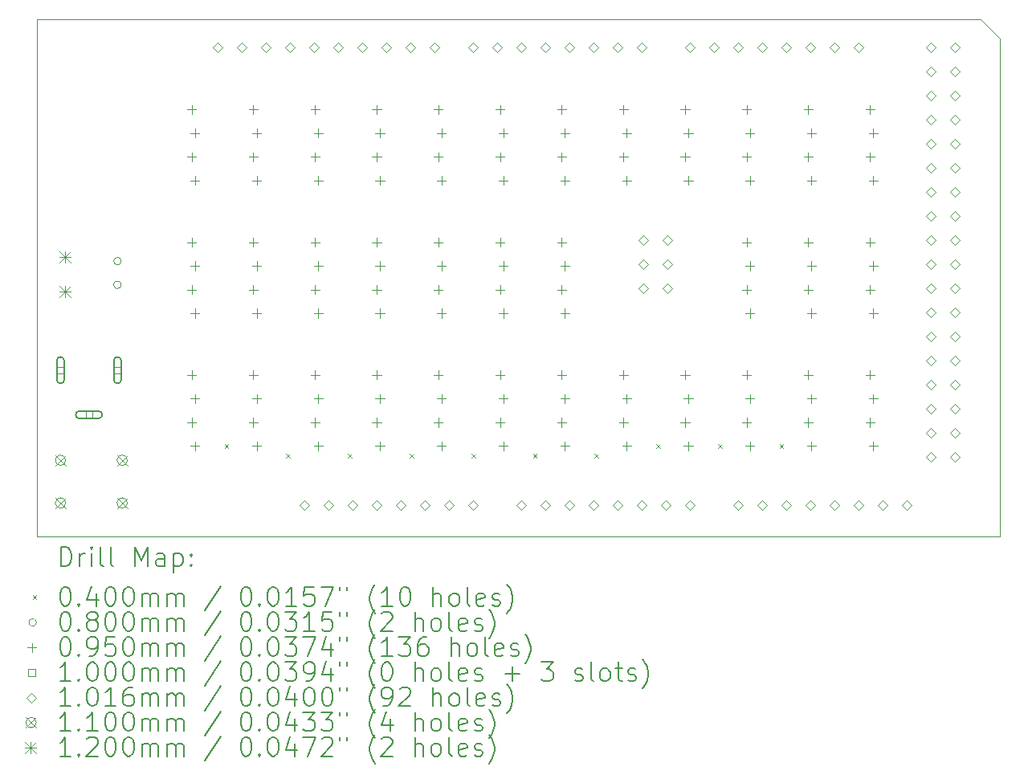
<source format=gbr>
%FSLAX45Y45*%
G04 Gerber Fmt 4.5, Leading zero omitted, Abs format (unit mm)*
G04 Created by KiCad (PCBNEW (6.0.5)) date 2022-07-11 22:23:02*
%MOMM*%
%LPD*%
G01*
G04 APERTURE LIST*
%TA.AperFunction,Profile*%
%ADD10C,0.100000*%
%TD*%
%ADD11C,0.200000*%
%ADD12C,0.040000*%
%ADD13C,0.080000*%
%ADD14C,0.095000*%
%ADD15C,0.100000*%
%ADD16C,0.101600*%
%ADD17C,0.110000*%
%ADD18C,0.120000*%
G04 APERTURE END LIST*
D10*
X17250000Y-4100000D02*
X7300000Y-4100000D01*
X7300000Y-4100000D02*
X7300000Y-9550000D01*
X7300000Y-9550000D02*
X17450000Y-9550000D01*
X17450000Y-4300000D02*
X17250000Y-4100000D01*
X17450000Y-5400000D02*
X17450000Y-4300000D01*
X17450000Y-9550000D02*
X17450000Y-5400000D01*
D11*
D12*
X9280000Y-8580000D02*
X9320000Y-8620000D01*
X9320000Y-8580000D02*
X9280000Y-8620000D01*
X9930000Y-8680000D02*
X9970000Y-8720000D01*
X9970000Y-8680000D02*
X9930000Y-8720000D01*
X10580000Y-8680000D02*
X10620000Y-8720000D01*
X10620000Y-8680000D02*
X10580000Y-8720000D01*
X11230000Y-8680000D02*
X11270000Y-8720000D01*
X11270000Y-8680000D02*
X11230000Y-8720000D01*
X11880000Y-8680000D02*
X11920000Y-8720000D01*
X11920000Y-8680000D02*
X11880000Y-8720000D01*
X12530000Y-8680000D02*
X12570000Y-8720000D01*
X12570000Y-8680000D02*
X12530000Y-8720000D01*
X13180000Y-8680000D02*
X13220000Y-8720000D01*
X13220000Y-8680000D02*
X13180000Y-8720000D01*
X13830000Y-8580000D02*
X13870000Y-8620000D01*
X13870000Y-8580000D02*
X13830000Y-8620000D01*
X14480000Y-8580000D02*
X14520000Y-8620000D01*
X14520000Y-8580000D02*
X14480000Y-8620000D01*
X15130000Y-8580000D02*
X15170000Y-8620000D01*
X15170000Y-8580000D02*
X15130000Y-8620000D01*
D13*
X8190000Y-6650000D02*
G75*
G03*
X8190000Y-6650000I-40000J0D01*
G01*
X8190000Y-6900000D02*
G75*
G03*
X8190000Y-6900000I-40000J0D01*
G01*
D14*
X8933000Y-5002500D02*
X8933000Y-5097500D01*
X8885500Y-5050000D02*
X8980500Y-5050000D01*
X8933000Y-5502500D02*
X8933000Y-5597500D01*
X8885500Y-5550000D02*
X8980500Y-5550000D01*
X8933000Y-6402500D02*
X8933000Y-6497500D01*
X8885500Y-6450000D02*
X8980500Y-6450000D01*
X8933000Y-6902500D02*
X8933000Y-6997500D01*
X8885500Y-6950000D02*
X8980500Y-6950000D01*
X8933000Y-7802500D02*
X8933000Y-7897500D01*
X8885500Y-7850000D02*
X8980500Y-7850000D01*
X8933000Y-8302500D02*
X8933000Y-8397500D01*
X8885500Y-8350000D02*
X8980500Y-8350000D01*
X8967000Y-5252500D02*
X8967000Y-5347500D01*
X8919500Y-5300000D02*
X9014500Y-5300000D01*
X8967000Y-5752500D02*
X8967000Y-5847500D01*
X8919500Y-5800000D02*
X9014500Y-5800000D01*
X8967000Y-6652500D02*
X8967000Y-6747500D01*
X8919500Y-6700000D02*
X9014500Y-6700000D01*
X8967000Y-7152500D02*
X8967000Y-7247500D01*
X8919500Y-7200000D02*
X9014500Y-7200000D01*
X8967000Y-8052500D02*
X8967000Y-8147500D01*
X8919500Y-8100000D02*
X9014500Y-8100000D01*
X8967000Y-8552500D02*
X8967000Y-8647500D01*
X8919500Y-8600000D02*
X9014500Y-8600000D01*
X9583000Y-5002500D02*
X9583000Y-5097500D01*
X9535500Y-5050000D02*
X9630500Y-5050000D01*
X9583000Y-5502500D02*
X9583000Y-5597500D01*
X9535500Y-5550000D02*
X9630500Y-5550000D01*
X9583000Y-6402500D02*
X9583000Y-6497500D01*
X9535500Y-6450000D02*
X9630500Y-6450000D01*
X9583000Y-6902500D02*
X9583000Y-6997500D01*
X9535500Y-6950000D02*
X9630500Y-6950000D01*
X9583000Y-7802500D02*
X9583000Y-7897500D01*
X9535500Y-7850000D02*
X9630500Y-7850000D01*
X9583000Y-8302500D02*
X9583000Y-8397500D01*
X9535500Y-8350000D02*
X9630500Y-8350000D01*
X9617000Y-5252500D02*
X9617000Y-5347500D01*
X9569500Y-5300000D02*
X9664500Y-5300000D01*
X9617000Y-5752500D02*
X9617000Y-5847500D01*
X9569500Y-5800000D02*
X9664500Y-5800000D01*
X9617000Y-6652500D02*
X9617000Y-6747500D01*
X9569500Y-6700000D02*
X9664500Y-6700000D01*
X9617000Y-7152500D02*
X9617000Y-7247500D01*
X9569500Y-7200000D02*
X9664500Y-7200000D01*
X9617000Y-8052500D02*
X9617000Y-8147500D01*
X9569500Y-8100000D02*
X9664500Y-8100000D01*
X9617000Y-8552500D02*
X9617000Y-8647500D01*
X9569500Y-8600000D02*
X9664500Y-8600000D01*
X10233000Y-5002500D02*
X10233000Y-5097500D01*
X10185500Y-5050000D02*
X10280500Y-5050000D01*
X10233000Y-5502500D02*
X10233000Y-5597500D01*
X10185500Y-5550000D02*
X10280500Y-5550000D01*
X10233000Y-6402500D02*
X10233000Y-6497500D01*
X10185500Y-6450000D02*
X10280500Y-6450000D01*
X10233000Y-6902500D02*
X10233000Y-6997500D01*
X10185500Y-6950000D02*
X10280500Y-6950000D01*
X10233000Y-7802500D02*
X10233000Y-7897500D01*
X10185500Y-7850000D02*
X10280500Y-7850000D01*
X10233000Y-8302500D02*
X10233000Y-8397500D01*
X10185500Y-8350000D02*
X10280500Y-8350000D01*
X10267000Y-5252500D02*
X10267000Y-5347500D01*
X10219500Y-5300000D02*
X10314500Y-5300000D01*
X10267000Y-5752500D02*
X10267000Y-5847500D01*
X10219500Y-5800000D02*
X10314500Y-5800000D01*
X10267000Y-6652500D02*
X10267000Y-6747500D01*
X10219500Y-6700000D02*
X10314500Y-6700000D01*
X10267000Y-7152500D02*
X10267000Y-7247500D01*
X10219500Y-7200000D02*
X10314500Y-7200000D01*
X10267000Y-8052500D02*
X10267000Y-8147500D01*
X10219500Y-8100000D02*
X10314500Y-8100000D01*
X10267000Y-8552500D02*
X10267000Y-8647500D01*
X10219500Y-8600000D02*
X10314500Y-8600000D01*
X10883000Y-5002500D02*
X10883000Y-5097500D01*
X10835500Y-5050000D02*
X10930500Y-5050000D01*
X10883000Y-5502500D02*
X10883000Y-5597500D01*
X10835500Y-5550000D02*
X10930500Y-5550000D01*
X10883000Y-6402500D02*
X10883000Y-6497500D01*
X10835500Y-6450000D02*
X10930500Y-6450000D01*
X10883000Y-6902500D02*
X10883000Y-6997500D01*
X10835500Y-6950000D02*
X10930500Y-6950000D01*
X10883000Y-7802500D02*
X10883000Y-7897500D01*
X10835500Y-7850000D02*
X10930500Y-7850000D01*
X10883000Y-8302500D02*
X10883000Y-8397500D01*
X10835500Y-8350000D02*
X10930500Y-8350000D01*
X10917000Y-5252500D02*
X10917000Y-5347500D01*
X10869500Y-5300000D02*
X10964500Y-5300000D01*
X10917000Y-5752500D02*
X10917000Y-5847500D01*
X10869500Y-5800000D02*
X10964500Y-5800000D01*
X10917000Y-6652500D02*
X10917000Y-6747500D01*
X10869500Y-6700000D02*
X10964500Y-6700000D01*
X10917000Y-7152500D02*
X10917000Y-7247500D01*
X10869500Y-7200000D02*
X10964500Y-7200000D01*
X10917000Y-8052500D02*
X10917000Y-8147500D01*
X10869500Y-8100000D02*
X10964500Y-8100000D01*
X10917000Y-8552500D02*
X10917000Y-8647500D01*
X10869500Y-8600000D02*
X10964500Y-8600000D01*
X11533000Y-5002500D02*
X11533000Y-5097500D01*
X11485500Y-5050000D02*
X11580500Y-5050000D01*
X11533000Y-5502500D02*
X11533000Y-5597500D01*
X11485500Y-5550000D02*
X11580500Y-5550000D01*
X11533000Y-6402500D02*
X11533000Y-6497500D01*
X11485500Y-6450000D02*
X11580500Y-6450000D01*
X11533000Y-6902500D02*
X11533000Y-6997500D01*
X11485500Y-6950000D02*
X11580500Y-6950000D01*
X11533000Y-7802500D02*
X11533000Y-7897500D01*
X11485500Y-7850000D02*
X11580500Y-7850000D01*
X11533000Y-8302500D02*
X11533000Y-8397500D01*
X11485500Y-8350000D02*
X11580500Y-8350000D01*
X11567000Y-5252500D02*
X11567000Y-5347500D01*
X11519500Y-5300000D02*
X11614500Y-5300000D01*
X11567000Y-5752500D02*
X11567000Y-5847500D01*
X11519500Y-5800000D02*
X11614500Y-5800000D01*
X11567000Y-6652500D02*
X11567000Y-6747500D01*
X11519500Y-6700000D02*
X11614500Y-6700000D01*
X11567000Y-7152500D02*
X11567000Y-7247500D01*
X11519500Y-7200000D02*
X11614500Y-7200000D01*
X11567000Y-8052500D02*
X11567000Y-8147500D01*
X11519500Y-8100000D02*
X11614500Y-8100000D01*
X11567000Y-8552500D02*
X11567000Y-8647500D01*
X11519500Y-8600000D02*
X11614500Y-8600000D01*
X12183000Y-5002500D02*
X12183000Y-5097500D01*
X12135500Y-5050000D02*
X12230500Y-5050000D01*
X12183000Y-5502500D02*
X12183000Y-5597500D01*
X12135500Y-5550000D02*
X12230500Y-5550000D01*
X12183000Y-6402500D02*
X12183000Y-6497500D01*
X12135500Y-6450000D02*
X12230500Y-6450000D01*
X12183000Y-6902500D02*
X12183000Y-6997500D01*
X12135500Y-6950000D02*
X12230500Y-6950000D01*
X12183000Y-7802500D02*
X12183000Y-7897500D01*
X12135500Y-7850000D02*
X12230500Y-7850000D01*
X12183000Y-8302500D02*
X12183000Y-8397500D01*
X12135500Y-8350000D02*
X12230500Y-8350000D01*
X12217000Y-5252500D02*
X12217000Y-5347500D01*
X12169500Y-5300000D02*
X12264500Y-5300000D01*
X12217000Y-5752500D02*
X12217000Y-5847500D01*
X12169500Y-5800000D02*
X12264500Y-5800000D01*
X12217000Y-6652500D02*
X12217000Y-6747500D01*
X12169500Y-6700000D02*
X12264500Y-6700000D01*
X12217000Y-7152500D02*
X12217000Y-7247500D01*
X12169500Y-7200000D02*
X12264500Y-7200000D01*
X12217000Y-8052500D02*
X12217000Y-8147500D01*
X12169500Y-8100000D02*
X12264500Y-8100000D01*
X12217000Y-8552500D02*
X12217000Y-8647500D01*
X12169500Y-8600000D02*
X12264500Y-8600000D01*
X12833000Y-5002500D02*
X12833000Y-5097500D01*
X12785500Y-5050000D02*
X12880500Y-5050000D01*
X12833000Y-5502500D02*
X12833000Y-5597500D01*
X12785500Y-5550000D02*
X12880500Y-5550000D01*
X12833000Y-6402500D02*
X12833000Y-6497500D01*
X12785500Y-6450000D02*
X12880500Y-6450000D01*
X12833000Y-6902500D02*
X12833000Y-6997500D01*
X12785500Y-6950000D02*
X12880500Y-6950000D01*
X12833000Y-7802500D02*
X12833000Y-7897500D01*
X12785500Y-7850000D02*
X12880500Y-7850000D01*
X12833000Y-8302500D02*
X12833000Y-8397500D01*
X12785500Y-8350000D02*
X12880500Y-8350000D01*
X12867000Y-5252500D02*
X12867000Y-5347500D01*
X12819500Y-5300000D02*
X12914500Y-5300000D01*
X12867000Y-5752500D02*
X12867000Y-5847500D01*
X12819500Y-5800000D02*
X12914500Y-5800000D01*
X12867000Y-6652500D02*
X12867000Y-6747500D01*
X12819500Y-6700000D02*
X12914500Y-6700000D01*
X12867000Y-7152500D02*
X12867000Y-7247500D01*
X12819500Y-7200000D02*
X12914500Y-7200000D01*
X12867000Y-8052500D02*
X12867000Y-8147500D01*
X12819500Y-8100000D02*
X12914500Y-8100000D01*
X12867000Y-8552500D02*
X12867000Y-8647500D01*
X12819500Y-8600000D02*
X12914500Y-8600000D01*
X13483000Y-5002500D02*
X13483000Y-5097500D01*
X13435500Y-5050000D02*
X13530500Y-5050000D01*
X13483000Y-5502500D02*
X13483000Y-5597500D01*
X13435500Y-5550000D02*
X13530500Y-5550000D01*
X13483000Y-7802500D02*
X13483000Y-7897500D01*
X13435500Y-7850000D02*
X13530500Y-7850000D01*
X13483000Y-8302500D02*
X13483000Y-8397500D01*
X13435500Y-8350000D02*
X13530500Y-8350000D01*
X13517000Y-5252500D02*
X13517000Y-5347500D01*
X13469500Y-5300000D02*
X13564500Y-5300000D01*
X13517000Y-5752500D02*
X13517000Y-5847500D01*
X13469500Y-5800000D02*
X13564500Y-5800000D01*
X13517000Y-8052500D02*
X13517000Y-8147500D01*
X13469500Y-8100000D02*
X13564500Y-8100000D01*
X13517000Y-8552500D02*
X13517000Y-8647500D01*
X13469500Y-8600000D02*
X13564500Y-8600000D01*
X14133000Y-5002500D02*
X14133000Y-5097500D01*
X14085500Y-5050000D02*
X14180500Y-5050000D01*
X14133000Y-5502500D02*
X14133000Y-5597500D01*
X14085500Y-5550000D02*
X14180500Y-5550000D01*
X14133000Y-7802500D02*
X14133000Y-7897500D01*
X14085500Y-7850000D02*
X14180500Y-7850000D01*
X14133000Y-8302500D02*
X14133000Y-8397500D01*
X14085500Y-8350000D02*
X14180500Y-8350000D01*
X14167000Y-5252500D02*
X14167000Y-5347500D01*
X14119500Y-5300000D02*
X14214500Y-5300000D01*
X14167000Y-5752500D02*
X14167000Y-5847500D01*
X14119500Y-5800000D02*
X14214500Y-5800000D01*
X14167000Y-8052500D02*
X14167000Y-8147500D01*
X14119500Y-8100000D02*
X14214500Y-8100000D01*
X14167000Y-8552500D02*
X14167000Y-8647500D01*
X14119500Y-8600000D02*
X14214500Y-8600000D01*
X14783000Y-5002500D02*
X14783000Y-5097500D01*
X14735500Y-5050000D02*
X14830500Y-5050000D01*
X14783000Y-5502500D02*
X14783000Y-5597500D01*
X14735500Y-5550000D02*
X14830500Y-5550000D01*
X14783000Y-6402500D02*
X14783000Y-6497500D01*
X14735500Y-6450000D02*
X14830500Y-6450000D01*
X14783000Y-6902500D02*
X14783000Y-6997500D01*
X14735500Y-6950000D02*
X14830500Y-6950000D01*
X14783000Y-7802500D02*
X14783000Y-7897500D01*
X14735500Y-7850000D02*
X14830500Y-7850000D01*
X14783000Y-8302500D02*
X14783000Y-8397500D01*
X14735500Y-8350000D02*
X14830500Y-8350000D01*
X14817000Y-5252500D02*
X14817000Y-5347500D01*
X14769500Y-5300000D02*
X14864500Y-5300000D01*
X14817000Y-5752500D02*
X14817000Y-5847500D01*
X14769500Y-5800000D02*
X14864500Y-5800000D01*
X14817000Y-6652500D02*
X14817000Y-6747500D01*
X14769500Y-6700000D02*
X14864500Y-6700000D01*
X14817000Y-7152500D02*
X14817000Y-7247500D01*
X14769500Y-7200000D02*
X14864500Y-7200000D01*
X14817000Y-8052500D02*
X14817000Y-8147500D01*
X14769500Y-8100000D02*
X14864500Y-8100000D01*
X14817000Y-8552500D02*
X14817000Y-8647500D01*
X14769500Y-8600000D02*
X14864500Y-8600000D01*
X15433000Y-5002500D02*
X15433000Y-5097500D01*
X15385500Y-5050000D02*
X15480500Y-5050000D01*
X15433000Y-5502500D02*
X15433000Y-5597500D01*
X15385500Y-5550000D02*
X15480500Y-5550000D01*
X15433000Y-6402500D02*
X15433000Y-6497500D01*
X15385500Y-6450000D02*
X15480500Y-6450000D01*
X15433000Y-6902500D02*
X15433000Y-6997500D01*
X15385500Y-6950000D02*
X15480500Y-6950000D01*
X15433000Y-7802500D02*
X15433000Y-7897500D01*
X15385500Y-7850000D02*
X15480500Y-7850000D01*
X15433000Y-8302500D02*
X15433000Y-8397500D01*
X15385500Y-8350000D02*
X15480500Y-8350000D01*
X15467000Y-5252500D02*
X15467000Y-5347500D01*
X15419500Y-5300000D02*
X15514500Y-5300000D01*
X15467000Y-5752500D02*
X15467000Y-5847500D01*
X15419500Y-5800000D02*
X15514500Y-5800000D01*
X15467000Y-6652500D02*
X15467000Y-6747500D01*
X15419500Y-6700000D02*
X15514500Y-6700000D01*
X15467000Y-7152500D02*
X15467000Y-7247500D01*
X15419500Y-7200000D02*
X15514500Y-7200000D01*
X15467000Y-8052500D02*
X15467000Y-8147500D01*
X15419500Y-8100000D02*
X15514500Y-8100000D01*
X15467000Y-8552500D02*
X15467000Y-8647500D01*
X15419500Y-8600000D02*
X15514500Y-8600000D01*
X16083000Y-5002500D02*
X16083000Y-5097500D01*
X16035500Y-5050000D02*
X16130500Y-5050000D01*
X16083000Y-5502500D02*
X16083000Y-5597500D01*
X16035500Y-5550000D02*
X16130500Y-5550000D01*
X16083000Y-6402500D02*
X16083000Y-6497500D01*
X16035500Y-6450000D02*
X16130500Y-6450000D01*
X16083000Y-6902500D02*
X16083000Y-6997500D01*
X16035500Y-6950000D02*
X16130500Y-6950000D01*
X16083000Y-7802500D02*
X16083000Y-7897500D01*
X16035500Y-7850000D02*
X16130500Y-7850000D01*
X16083000Y-8302500D02*
X16083000Y-8397500D01*
X16035500Y-8350000D02*
X16130500Y-8350000D01*
X16117000Y-5252500D02*
X16117000Y-5347500D01*
X16069500Y-5300000D02*
X16164500Y-5300000D01*
X16117000Y-5752500D02*
X16117000Y-5847500D01*
X16069500Y-5800000D02*
X16164500Y-5800000D01*
X16117000Y-6652500D02*
X16117000Y-6747500D01*
X16069500Y-6700000D02*
X16164500Y-6700000D01*
X16117000Y-7152500D02*
X16117000Y-7247500D01*
X16069500Y-7200000D02*
X16164500Y-7200000D01*
X16117000Y-8052500D02*
X16117000Y-8147500D01*
X16069500Y-8100000D02*
X16164500Y-8100000D01*
X16117000Y-8552500D02*
X16117000Y-8647500D01*
X16069500Y-8600000D02*
X16164500Y-8600000D01*
D15*
X7585356Y-7835356D02*
X7585356Y-7764644D01*
X7514644Y-7764644D01*
X7514644Y-7835356D01*
X7585356Y-7835356D01*
D11*
X7510000Y-7700000D02*
X7510000Y-7900000D01*
X7590000Y-7700000D02*
X7590000Y-7900000D01*
X7510000Y-7900000D02*
G75*
G03*
X7590000Y-7900000I40000J0D01*
G01*
X7590000Y-7700000D02*
G75*
G03*
X7510000Y-7700000I-40000J0D01*
G01*
D15*
X7885356Y-8305356D02*
X7885356Y-8234644D01*
X7814644Y-8234644D01*
X7814644Y-8305356D01*
X7885356Y-8305356D01*
D11*
X7750000Y-8310000D02*
X7950000Y-8310000D01*
X7750000Y-8230000D02*
X7950000Y-8230000D01*
X7950000Y-8310000D02*
G75*
G03*
X7950000Y-8230000I0J40000D01*
G01*
X7750000Y-8230000D02*
G75*
G03*
X7750000Y-8310000I0J-40000D01*
G01*
D15*
X8185356Y-7835356D02*
X8185356Y-7764644D01*
X8114644Y-7764644D01*
X8114644Y-7835356D01*
X8185356Y-7835356D01*
D11*
X8110000Y-7700000D02*
X8110000Y-7900000D01*
X8190000Y-7700000D02*
X8190000Y-7900000D01*
X8110000Y-7900000D02*
G75*
G03*
X8190000Y-7900000I40000J0D01*
G01*
X8190000Y-7700000D02*
G75*
G03*
X8110000Y-7700000I-40000J0D01*
G01*
D16*
X9209600Y-4449800D02*
X9260400Y-4399000D01*
X9209600Y-4348200D01*
X9158800Y-4399000D01*
X9209600Y-4449800D01*
X9463600Y-4449800D02*
X9514400Y-4399000D01*
X9463600Y-4348200D01*
X9412800Y-4399000D01*
X9463600Y-4449800D01*
X9717600Y-4449800D02*
X9768400Y-4399000D01*
X9717600Y-4348200D01*
X9666800Y-4399000D01*
X9717600Y-4449800D01*
X9971600Y-4449800D02*
X10022400Y-4399000D01*
X9971600Y-4348200D01*
X9920800Y-4399000D01*
X9971600Y-4449800D01*
X10124000Y-9275800D02*
X10174800Y-9225000D01*
X10124000Y-9174200D01*
X10073200Y-9225000D01*
X10124000Y-9275800D01*
X10225600Y-4449800D02*
X10276400Y-4399000D01*
X10225600Y-4348200D01*
X10174800Y-4399000D01*
X10225600Y-4449800D01*
X10378000Y-9275800D02*
X10428800Y-9225000D01*
X10378000Y-9174200D01*
X10327200Y-9225000D01*
X10378000Y-9275800D01*
X10479600Y-4449800D02*
X10530400Y-4399000D01*
X10479600Y-4348200D01*
X10428800Y-4399000D01*
X10479600Y-4449800D01*
X10632000Y-9275800D02*
X10682800Y-9225000D01*
X10632000Y-9174200D01*
X10581200Y-9225000D01*
X10632000Y-9275800D01*
X10733600Y-4449800D02*
X10784400Y-4399000D01*
X10733600Y-4348200D01*
X10682800Y-4399000D01*
X10733600Y-4449800D01*
X10886000Y-9275800D02*
X10936800Y-9225000D01*
X10886000Y-9174200D01*
X10835200Y-9225000D01*
X10886000Y-9275800D01*
X10987600Y-4449800D02*
X11038400Y-4399000D01*
X10987600Y-4348200D01*
X10936800Y-4399000D01*
X10987600Y-4449800D01*
X11140000Y-9275800D02*
X11190800Y-9225000D01*
X11140000Y-9174200D01*
X11089200Y-9225000D01*
X11140000Y-9275800D01*
X11241600Y-4449800D02*
X11292400Y-4399000D01*
X11241600Y-4348200D01*
X11190800Y-4399000D01*
X11241600Y-4449800D01*
X11394000Y-9275800D02*
X11444800Y-9225000D01*
X11394000Y-9174200D01*
X11343200Y-9225000D01*
X11394000Y-9275800D01*
X11495600Y-4449800D02*
X11546400Y-4399000D01*
X11495600Y-4348200D01*
X11444800Y-4399000D01*
X11495600Y-4449800D01*
X11648000Y-9275800D02*
X11698800Y-9225000D01*
X11648000Y-9174200D01*
X11597200Y-9225000D01*
X11648000Y-9275800D01*
X11902000Y-4449800D02*
X11952800Y-4399000D01*
X11902000Y-4348200D01*
X11851200Y-4399000D01*
X11902000Y-4449800D01*
X11902000Y-9275800D02*
X11952800Y-9225000D01*
X11902000Y-9174200D01*
X11851200Y-9225000D01*
X11902000Y-9275800D01*
X12156000Y-4449800D02*
X12206800Y-4399000D01*
X12156000Y-4348200D01*
X12105200Y-4399000D01*
X12156000Y-4449800D01*
X12410000Y-4449800D02*
X12460800Y-4399000D01*
X12410000Y-4348200D01*
X12359200Y-4399000D01*
X12410000Y-4449800D01*
X12410000Y-9275800D02*
X12460800Y-9225000D01*
X12410000Y-9174200D01*
X12359200Y-9225000D01*
X12410000Y-9275800D01*
X12664000Y-4449800D02*
X12714800Y-4399000D01*
X12664000Y-4348200D01*
X12613200Y-4399000D01*
X12664000Y-4449800D01*
X12664000Y-9275800D02*
X12714800Y-9225000D01*
X12664000Y-9174200D01*
X12613200Y-9225000D01*
X12664000Y-9275800D01*
X12918000Y-4449800D02*
X12968800Y-4399000D01*
X12918000Y-4348200D01*
X12867200Y-4399000D01*
X12918000Y-4449800D01*
X12918000Y-9275800D02*
X12968800Y-9225000D01*
X12918000Y-9174200D01*
X12867200Y-9225000D01*
X12918000Y-9275800D01*
X13172000Y-4449800D02*
X13222800Y-4399000D01*
X13172000Y-4348200D01*
X13121200Y-4399000D01*
X13172000Y-4449800D01*
X13172000Y-9275800D02*
X13222800Y-9225000D01*
X13172000Y-9174200D01*
X13121200Y-9225000D01*
X13172000Y-9275800D01*
X13426000Y-4449800D02*
X13476800Y-4399000D01*
X13426000Y-4348200D01*
X13375200Y-4399000D01*
X13426000Y-4449800D01*
X13426000Y-9275800D02*
X13476800Y-9225000D01*
X13426000Y-9174200D01*
X13375200Y-9225000D01*
X13426000Y-9275800D01*
X13680000Y-4449800D02*
X13730800Y-4399000D01*
X13680000Y-4348200D01*
X13629200Y-4399000D01*
X13680000Y-4449800D01*
X13680000Y-9275800D02*
X13730800Y-9225000D01*
X13680000Y-9174200D01*
X13629200Y-9225000D01*
X13680000Y-9275800D01*
X13692700Y-6481800D02*
X13743500Y-6431000D01*
X13692700Y-6380200D01*
X13641900Y-6431000D01*
X13692700Y-6481800D01*
X13692700Y-6735800D02*
X13743500Y-6685000D01*
X13692700Y-6634200D01*
X13641900Y-6685000D01*
X13692700Y-6735800D01*
X13692700Y-6989800D02*
X13743500Y-6939000D01*
X13692700Y-6888200D01*
X13641900Y-6939000D01*
X13692700Y-6989800D01*
X13934000Y-9275800D02*
X13984800Y-9225000D01*
X13934000Y-9174200D01*
X13883200Y-9225000D01*
X13934000Y-9275800D01*
X13946700Y-6481800D02*
X13997500Y-6431000D01*
X13946700Y-6380200D01*
X13895900Y-6431000D01*
X13946700Y-6481800D01*
X13946700Y-6735800D02*
X13997500Y-6685000D01*
X13946700Y-6634200D01*
X13895900Y-6685000D01*
X13946700Y-6735800D01*
X13946700Y-6989800D02*
X13997500Y-6939000D01*
X13946700Y-6888200D01*
X13895900Y-6939000D01*
X13946700Y-6989800D01*
X14188000Y-4449800D02*
X14238800Y-4399000D01*
X14188000Y-4348200D01*
X14137200Y-4399000D01*
X14188000Y-4449800D01*
X14188000Y-9275800D02*
X14238800Y-9225000D01*
X14188000Y-9174200D01*
X14137200Y-9225000D01*
X14188000Y-9275800D01*
X14442000Y-4449800D02*
X14492800Y-4399000D01*
X14442000Y-4348200D01*
X14391200Y-4399000D01*
X14442000Y-4449800D01*
X14696000Y-4449800D02*
X14746800Y-4399000D01*
X14696000Y-4348200D01*
X14645200Y-4399000D01*
X14696000Y-4449800D01*
X14696000Y-9275800D02*
X14746800Y-9225000D01*
X14696000Y-9174200D01*
X14645200Y-9225000D01*
X14696000Y-9275800D01*
X14950000Y-4449800D02*
X15000800Y-4399000D01*
X14950000Y-4348200D01*
X14899200Y-4399000D01*
X14950000Y-4449800D01*
X14950000Y-9275800D02*
X15000800Y-9225000D01*
X14950000Y-9174200D01*
X14899200Y-9225000D01*
X14950000Y-9275800D01*
X15204000Y-4449800D02*
X15254800Y-4399000D01*
X15204000Y-4348200D01*
X15153200Y-4399000D01*
X15204000Y-4449800D01*
X15204000Y-9275800D02*
X15254800Y-9225000D01*
X15204000Y-9174200D01*
X15153200Y-9225000D01*
X15204000Y-9275800D01*
X15458000Y-4449800D02*
X15508800Y-4399000D01*
X15458000Y-4348200D01*
X15407200Y-4399000D01*
X15458000Y-4449800D01*
X15458000Y-9275800D02*
X15508800Y-9225000D01*
X15458000Y-9174200D01*
X15407200Y-9225000D01*
X15458000Y-9275800D01*
X15712000Y-4449800D02*
X15762800Y-4399000D01*
X15712000Y-4348200D01*
X15661200Y-4399000D01*
X15712000Y-4449800D01*
X15712000Y-9275800D02*
X15762800Y-9225000D01*
X15712000Y-9174200D01*
X15661200Y-9225000D01*
X15712000Y-9275800D01*
X15966000Y-4449800D02*
X16016800Y-4399000D01*
X15966000Y-4348200D01*
X15915200Y-4399000D01*
X15966000Y-4449800D01*
X15966000Y-9275800D02*
X16016800Y-9225000D01*
X15966000Y-9174200D01*
X15915200Y-9225000D01*
X15966000Y-9275800D01*
X16220000Y-9275800D02*
X16270800Y-9225000D01*
X16220000Y-9174200D01*
X16169200Y-9225000D01*
X16220000Y-9275800D01*
X16474000Y-9275800D02*
X16524800Y-9225000D01*
X16474000Y-9174200D01*
X16423200Y-9225000D01*
X16474000Y-9275800D01*
X16728000Y-4449800D02*
X16778800Y-4399000D01*
X16728000Y-4348200D01*
X16677200Y-4399000D01*
X16728000Y-4449800D01*
X16728000Y-4703800D02*
X16778800Y-4653000D01*
X16728000Y-4602200D01*
X16677200Y-4653000D01*
X16728000Y-4703800D01*
X16728000Y-4957800D02*
X16778800Y-4907000D01*
X16728000Y-4856200D01*
X16677200Y-4907000D01*
X16728000Y-4957800D01*
X16728000Y-5211800D02*
X16778800Y-5161000D01*
X16728000Y-5110200D01*
X16677200Y-5161000D01*
X16728000Y-5211800D01*
X16728000Y-5465800D02*
X16778800Y-5415000D01*
X16728000Y-5364200D01*
X16677200Y-5415000D01*
X16728000Y-5465800D01*
X16728000Y-5719800D02*
X16778800Y-5669000D01*
X16728000Y-5618200D01*
X16677200Y-5669000D01*
X16728000Y-5719800D01*
X16728000Y-5973800D02*
X16778800Y-5923000D01*
X16728000Y-5872200D01*
X16677200Y-5923000D01*
X16728000Y-5973800D01*
X16728000Y-6227800D02*
X16778800Y-6177000D01*
X16728000Y-6126200D01*
X16677200Y-6177000D01*
X16728000Y-6227800D01*
X16728000Y-6481800D02*
X16778800Y-6431000D01*
X16728000Y-6380200D01*
X16677200Y-6431000D01*
X16728000Y-6481800D01*
X16728000Y-6735800D02*
X16778800Y-6685000D01*
X16728000Y-6634200D01*
X16677200Y-6685000D01*
X16728000Y-6735800D01*
X16728000Y-6989800D02*
X16778800Y-6939000D01*
X16728000Y-6888200D01*
X16677200Y-6939000D01*
X16728000Y-6989800D01*
X16728000Y-7243800D02*
X16778800Y-7193000D01*
X16728000Y-7142200D01*
X16677200Y-7193000D01*
X16728000Y-7243800D01*
X16728000Y-7497800D02*
X16778800Y-7447000D01*
X16728000Y-7396200D01*
X16677200Y-7447000D01*
X16728000Y-7497800D01*
X16728000Y-7751800D02*
X16778800Y-7701000D01*
X16728000Y-7650200D01*
X16677200Y-7701000D01*
X16728000Y-7751800D01*
X16728000Y-8005800D02*
X16778800Y-7955000D01*
X16728000Y-7904200D01*
X16677200Y-7955000D01*
X16728000Y-8005800D01*
X16728000Y-8259800D02*
X16778800Y-8209000D01*
X16728000Y-8158200D01*
X16677200Y-8209000D01*
X16728000Y-8259800D01*
X16728000Y-8513800D02*
X16778800Y-8463000D01*
X16728000Y-8412200D01*
X16677200Y-8463000D01*
X16728000Y-8513800D01*
X16728000Y-8767800D02*
X16778800Y-8717000D01*
X16728000Y-8666200D01*
X16677200Y-8717000D01*
X16728000Y-8767800D01*
X16982000Y-4449800D02*
X17032800Y-4399000D01*
X16982000Y-4348200D01*
X16931200Y-4399000D01*
X16982000Y-4449800D01*
X16982000Y-4703800D02*
X17032800Y-4653000D01*
X16982000Y-4602200D01*
X16931200Y-4653000D01*
X16982000Y-4703800D01*
X16982000Y-4957800D02*
X17032800Y-4907000D01*
X16982000Y-4856200D01*
X16931200Y-4907000D01*
X16982000Y-4957800D01*
X16982000Y-5211800D02*
X17032800Y-5161000D01*
X16982000Y-5110200D01*
X16931200Y-5161000D01*
X16982000Y-5211800D01*
X16982000Y-5465800D02*
X17032800Y-5415000D01*
X16982000Y-5364200D01*
X16931200Y-5415000D01*
X16982000Y-5465800D01*
X16982000Y-5719800D02*
X17032800Y-5669000D01*
X16982000Y-5618200D01*
X16931200Y-5669000D01*
X16982000Y-5719800D01*
X16982000Y-5973800D02*
X17032800Y-5923000D01*
X16982000Y-5872200D01*
X16931200Y-5923000D01*
X16982000Y-5973800D01*
X16982000Y-6227800D02*
X17032800Y-6177000D01*
X16982000Y-6126200D01*
X16931200Y-6177000D01*
X16982000Y-6227800D01*
X16982000Y-6481800D02*
X17032800Y-6431000D01*
X16982000Y-6380200D01*
X16931200Y-6431000D01*
X16982000Y-6481800D01*
X16982000Y-6735800D02*
X17032800Y-6685000D01*
X16982000Y-6634200D01*
X16931200Y-6685000D01*
X16982000Y-6735800D01*
X16982000Y-6989800D02*
X17032800Y-6939000D01*
X16982000Y-6888200D01*
X16931200Y-6939000D01*
X16982000Y-6989800D01*
X16982000Y-7243800D02*
X17032800Y-7193000D01*
X16982000Y-7142200D01*
X16931200Y-7193000D01*
X16982000Y-7243800D01*
X16982000Y-7497800D02*
X17032800Y-7447000D01*
X16982000Y-7396200D01*
X16931200Y-7447000D01*
X16982000Y-7497800D01*
X16982000Y-7751800D02*
X17032800Y-7701000D01*
X16982000Y-7650200D01*
X16931200Y-7701000D01*
X16982000Y-7751800D01*
X16982000Y-8005800D02*
X17032800Y-7955000D01*
X16982000Y-7904200D01*
X16931200Y-7955000D01*
X16982000Y-8005800D01*
X16982000Y-8259800D02*
X17032800Y-8209000D01*
X16982000Y-8158200D01*
X16931200Y-8209000D01*
X16982000Y-8259800D01*
X16982000Y-8513800D02*
X17032800Y-8463000D01*
X16982000Y-8412200D01*
X16931200Y-8463000D01*
X16982000Y-8513800D01*
X16982000Y-8767800D02*
X17032800Y-8717000D01*
X16982000Y-8666200D01*
X16931200Y-8717000D01*
X16982000Y-8767800D01*
D17*
X7495000Y-8695000D02*
X7605000Y-8805000D01*
X7605000Y-8695000D02*
X7495000Y-8805000D01*
X7605000Y-8750000D02*
G75*
G03*
X7605000Y-8750000I-55000J0D01*
G01*
X7495000Y-9145000D02*
X7605000Y-9255000D01*
X7605000Y-9145000D02*
X7495000Y-9255000D01*
X7605000Y-9200000D02*
G75*
G03*
X7605000Y-9200000I-55000J0D01*
G01*
X8145000Y-8695000D02*
X8255000Y-8805000D01*
X8255000Y-8695000D02*
X8145000Y-8805000D01*
X8255000Y-8750000D02*
G75*
G03*
X8255000Y-8750000I-55000J0D01*
G01*
X8145000Y-9145000D02*
X8255000Y-9255000D01*
X8255000Y-9145000D02*
X8145000Y-9255000D01*
X8255000Y-9200000D02*
G75*
G03*
X8255000Y-9200000I-55000J0D01*
G01*
D18*
X7540000Y-6547000D02*
X7660000Y-6667000D01*
X7660000Y-6547000D02*
X7540000Y-6667000D01*
X7600000Y-6547000D02*
X7600000Y-6667000D01*
X7540000Y-6607000D02*
X7660000Y-6607000D01*
X7540000Y-6914000D02*
X7660000Y-7034000D01*
X7660000Y-6914000D02*
X7540000Y-7034000D01*
X7600000Y-6914000D02*
X7600000Y-7034000D01*
X7540000Y-6974000D02*
X7660000Y-6974000D01*
D11*
X7552619Y-9865476D02*
X7552619Y-9665476D01*
X7600238Y-9665476D01*
X7628809Y-9675000D01*
X7647857Y-9694048D01*
X7657381Y-9713095D01*
X7666905Y-9751190D01*
X7666905Y-9779762D01*
X7657381Y-9817857D01*
X7647857Y-9836905D01*
X7628809Y-9855952D01*
X7600238Y-9865476D01*
X7552619Y-9865476D01*
X7752619Y-9865476D02*
X7752619Y-9732143D01*
X7752619Y-9770238D02*
X7762143Y-9751190D01*
X7771667Y-9741667D01*
X7790714Y-9732143D01*
X7809762Y-9732143D01*
X7876428Y-9865476D02*
X7876428Y-9732143D01*
X7876428Y-9665476D02*
X7866905Y-9675000D01*
X7876428Y-9684524D01*
X7885952Y-9675000D01*
X7876428Y-9665476D01*
X7876428Y-9684524D01*
X8000238Y-9865476D02*
X7981190Y-9855952D01*
X7971667Y-9836905D01*
X7971667Y-9665476D01*
X8105000Y-9865476D02*
X8085952Y-9855952D01*
X8076428Y-9836905D01*
X8076428Y-9665476D01*
X8333571Y-9865476D02*
X8333571Y-9665476D01*
X8400238Y-9808333D01*
X8466905Y-9665476D01*
X8466905Y-9865476D01*
X8647857Y-9865476D02*
X8647857Y-9760714D01*
X8638333Y-9741667D01*
X8619286Y-9732143D01*
X8581190Y-9732143D01*
X8562143Y-9741667D01*
X8647857Y-9855952D02*
X8628810Y-9865476D01*
X8581190Y-9865476D01*
X8562143Y-9855952D01*
X8552619Y-9836905D01*
X8552619Y-9817857D01*
X8562143Y-9798810D01*
X8581190Y-9789286D01*
X8628810Y-9789286D01*
X8647857Y-9779762D01*
X8743095Y-9732143D02*
X8743095Y-9932143D01*
X8743095Y-9741667D02*
X8762143Y-9732143D01*
X8800238Y-9732143D01*
X8819286Y-9741667D01*
X8828810Y-9751190D01*
X8838333Y-9770238D01*
X8838333Y-9827381D01*
X8828810Y-9846429D01*
X8819286Y-9855952D01*
X8800238Y-9865476D01*
X8762143Y-9865476D01*
X8743095Y-9855952D01*
X8924048Y-9846429D02*
X8933571Y-9855952D01*
X8924048Y-9865476D01*
X8914524Y-9855952D01*
X8924048Y-9846429D01*
X8924048Y-9865476D01*
X8924048Y-9741667D02*
X8933571Y-9751190D01*
X8924048Y-9760714D01*
X8914524Y-9751190D01*
X8924048Y-9741667D01*
X8924048Y-9760714D01*
D12*
X7255000Y-10175000D02*
X7295000Y-10215000D01*
X7295000Y-10175000D02*
X7255000Y-10215000D01*
D11*
X7590714Y-10085476D02*
X7609762Y-10085476D01*
X7628809Y-10095000D01*
X7638333Y-10104524D01*
X7647857Y-10123571D01*
X7657381Y-10161667D01*
X7657381Y-10209286D01*
X7647857Y-10247381D01*
X7638333Y-10266429D01*
X7628809Y-10275952D01*
X7609762Y-10285476D01*
X7590714Y-10285476D01*
X7571667Y-10275952D01*
X7562143Y-10266429D01*
X7552619Y-10247381D01*
X7543095Y-10209286D01*
X7543095Y-10161667D01*
X7552619Y-10123571D01*
X7562143Y-10104524D01*
X7571667Y-10095000D01*
X7590714Y-10085476D01*
X7743095Y-10266429D02*
X7752619Y-10275952D01*
X7743095Y-10285476D01*
X7733571Y-10275952D01*
X7743095Y-10266429D01*
X7743095Y-10285476D01*
X7924048Y-10152143D02*
X7924048Y-10285476D01*
X7876428Y-10075952D02*
X7828809Y-10218810D01*
X7952619Y-10218810D01*
X8066905Y-10085476D02*
X8085952Y-10085476D01*
X8105000Y-10095000D01*
X8114524Y-10104524D01*
X8124048Y-10123571D01*
X8133571Y-10161667D01*
X8133571Y-10209286D01*
X8124048Y-10247381D01*
X8114524Y-10266429D01*
X8105000Y-10275952D01*
X8085952Y-10285476D01*
X8066905Y-10285476D01*
X8047857Y-10275952D01*
X8038333Y-10266429D01*
X8028809Y-10247381D01*
X8019286Y-10209286D01*
X8019286Y-10161667D01*
X8028809Y-10123571D01*
X8038333Y-10104524D01*
X8047857Y-10095000D01*
X8066905Y-10085476D01*
X8257381Y-10085476D02*
X8276428Y-10085476D01*
X8295476Y-10095000D01*
X8305000Y-10104524D01*
X8314524Y-10123571D01*
X8324048Y-10161667D01*
X8324048Y-10209286D01*
X8314524Y-10247381D01*
X8305000Y-10266429D01*
X8295476Y-10275952D01*
X8276428Y-10285476D01*
X8257381Y-10285476D01*
X8238333Y-10275952D01*
X8228809Y-10266429D01*
X8219286Y-10247381D01*
X8209762Y-10209286D01*
X8209762Y-10161667D01*
X8219286Y-10123571D01*
X8228809Y-10104524D01*
X8238333Y-10095000D01*
X8257381Y-10085476D01*
X8409762Y-10285476D02*
X8409762Y-10152143D01*
X8409762Y-10171190D02*
X8419286Y-10161667D01*
X8438333Y-10152143D01*
X8466905Y-10152143D01*
X8485952Y-10161667D01*
X8495476Y-10180714D01*
X8495476Y-10285476D01*
X8495476Y-10180714D02*
X8505000Y-10161667D01*
X8524048Y-10152143D01*
X8552619Y-10152143D01*
X8571667Y-10161667D01*
X8581190Y-10180714D01*
X8581190Y-10285476D01*
X8676429Y-10285476D02*
X8676429Y-10152143D01*
X8676429Y-10171190D02*
X8685952Y-10161667D01*
X8705000Y-10152143D01*
X8733571Y-10152143D01*
X8752619Y-10161667D01*
X8762143Y-10180714D01*
X8762143Y-10285476D01*
X8762143Y-10180714D02*
X8771667Y-10161667D01*
X8790714Y-10152143D01*
X8819286Y-10152143D01*
X8838333Y-10161667D01*
X8847857Y-10180714D01*
X8847857Y-10285476D01*
X9238333Y-10075952D02*
X9066905Y-10333095D01*
X9495476Y-10085476D02*
X9514524Y-10085476D01*
X9533571Y-10095000D01*
X9543095Y-10104524D01*
X9552619Y-10123571D01*
X9562143Y-10161667D01*
X9562143Y-10209286D01*
X9552619Y-10247381D01*
X9543095Y-10266429D01*
X9533571Y-10275952D01*
X9514524Y-10285476D01*
X9495476Y-10285476D01*
X9476429Y-10275952D01*
X9466905Y-10266429D01*
X9457381Y-10247381D01*
X9447857Y-10209286D01*
X9447857Y-10161667D01*
X9457381Y-10123571D01*
X9466905Y-10104524D01*
X9476429Y-10095000D01*
X9495476Y-10085476D01*
X9647857Y-10266429D02*
X9657381Y-10275952D01*
X9647857Y-10285476D01*
X9638333Y-10275952D01*
X9647857Y-10266429D01*
X9647857Y-10285476D01*
X9781190Y-10085476D02*
X9800238Y-10085476D01*
X9819286Y-10095000D01*
X9828810Y-10104524D01*
X9838333Y-10123571D01*
X9847857Y-10161667D01*
X9847857Y-10209286D01*
X9838333Y-10247381D01*
X9828810Y-10266429D01*
X9819286Y-10275952D01*
X9800238Y-10285476D01*
X9781190Y-10285476D01*
X9762143Y-10275952D01*
X9752619Y-10266429D01*
X9743095Y-10247381D01*
X9733571Y-10209286D01*
X9733571Y-10161667D01*
X9743095Y-10123571D01*
X9752619Y-10104524D01*
X9762143Y-10095000D01*
X9781190Y-10085476D01*
X10038333Y-10285476D02*
X9924048Y-10285476D01*
X9981190Y-10285476D02*
X9981190Y-10085476D01*
X9962143Y-10114048D01*
X9943095Y-10133095D01*
X9924048Y-10142619D01*
X10219286Y-10085476D02*
X10124048Y-10085476D01*
X10114524Y-10180714D01*
X10124048Y-10171190D01*
X10143095Y-10161667D01*
X10190714Y-10161667D01*
X10209762Y-10171190D01*
X10219286Y-10180714D01*
X10228810Y-10199762D01*
X10228810Y-10247381D01*
X10219286Y-10266429D01*
X10209762Y-10275952D01*
X10190714Y-10285476D01*
X10143095Y-10285476D01*
X10124048Y-10275952D01*
X10114524Y-10266429D01*
X10295476Y-10085476D02*
X10428810Y-10085476D01*
X10343095Y-10285476D01*
X10495476Y-10085476D02*
X10495476Y-10123571D01*
X10571667Y-10085476D02*
X10571667Y-10123571D01*
X10866905Y-10361667D02*
X10857381Y-10352143D01*
X10838333Y-10323571D01*
X10828810Y-10304524D01*
X10819286Y-10275952D01*
X10809762Y-10228333D01*
X10809762Y-10190238D01*
X10819286Y-10142619D01*
X10828810Y-10114048D01*
X10838333Y-10095000D01*
X10857381Y-10066429D01*
X10866905Y-10056905D01*
X11047857Y-10285476D02*
X10933571Y-10285476D01*
X10990714Y-10285476D02*
X10990714Y-10085476D01*
X10971667Y-10114048D01*
X10952619Y-10133095D01*
X10933571Y-10142619D01*
X11171667Y-10085476D02*
X11190714Y-10085476D01*
X11209762Y-10095000D01*
X11219286Y-10104524D01*
X11228809Y-10123571D01*
X11238333Y-10161667D01*
X11238333Y-10209286D01*
X11228809Y-10247381D01*
X11219286Y-10266429D01*
X11209762Y-10275952D01*
X11190714Y-10285476D01*
X11171667Y-10285476D01*
X11152619Y-10275952D01*
X11143095Y-10266429D01*
X11133571Y-10247381D01*
X11124048Y-10209286D01*
X11124048Y-10161667D01*
X11133571Y-10123571D01*
X11143095Y-10104524D01*
X11152619Y-10095000D01*
X11171667Y-10085476D01*
X11476428Y-10285476D02*
X11476428Y-10085476D01*
X11562143Y-10285476D02*
X11562143Y-10180714D01*
X11552619Y-10161667D01*
X11533571Y-10152143D01*
X11505000Y-10152143D01*
X11485952Y-10161667D01*
X11476428Y-10171190D01*
X11685952Y-10285476D02*
X11666905Y-10275952D01*
X11657381Y-10266429D01*
X11647857Y-10247381D01*
X11647857Y-10190238D01*
X11657381Y-10171190D01*
X11666905Y-10161667D01*
X11685952Y-10152143D01*
X11714524Y-10152143D01*
X11733571Y-10161667D01*
X11743095Y-10171190D01*
X11752619Y-10190238D01*
X11752619Y-10247381D01*
X11743095Y-10266429D01*
X11733571Y-10275952D01*
X11714524Y-10285476D01*
X11685952Y-10285476D01*
X11866905Y-10285476D02*
X11847857Y-10275952D01*
X11838333Y-10256905D01*
X11838333Y-10085476D01*
X12019286Y-10275952D02*
X12000238Y-10285476D01*
X11962143Y-10285476D01*
X11943095Y-10275952D01*
X11933571Y-10256905D01*
X11933571Y-10180714D01*
X11943095Y-10161667D01*
X11962143Y-10152143D01*
X12000238Y-10152143D01*
X12019286Y-10161667D01*
X12028809Y-10180714D01*
X12028809Y-10199762D01*
X11933571Y-10218810D01*
X12105000Y-10275952D02*
X12124048Y-10285476D01*
X12162143Y-10285476D01*
X12181190Y-10275952D01*
X12190714Y-10256905D01*
X12190714Y-10247381D01*
X12181190Y-10228333D01*
X12162143Y-10218810D01*
X12133571Y-10218810D01*
X12114524Y-10209286D01*
X12105000Y-10190238D01*
X12105000Y-10180714D01*
X12114524Y-10161667D01*
X12133571Y-10152143D01*
X12162143Y-10152143D01*
X12181190Y-10161667D01*
X12257381Y-10361667D02*
X12266905Y-10352143D01*
X12285952Y-10323571D01*
X12295476Y-10304524D01*
X12305000Y-10275952D01*
X12314524Y-10228333D01*
X12314524Y-10190238D01*
X12305000Y-10142619D01*
X12295476Y-10114048D01*
X12285952Y-10095000D01*
X12266905Y-10066429D01*
X12257381Y-10056905D01*
D13*
X7295000Y-10459000D02*
G75*
G03*
X7295000Y-10459000I-40000J0D01*
G01*
D11*
X7590714Y-10349476D02*
X7609762Y-10349476D01*
X7628809Y-10359000D01*
X7638333Y-10368524D01*
X7647857Y-10387571D01*
X7657381Y-10425667D01*
X7657381Y-10473286D01*
X7647857Y-10511381D01*
X7638333Y-10530429D01*
X7628809Y-10539952D01*
X7609762Y-10549476D01*
X7590714Y-10549476D01*
X7571667Y-10539952D01*
X7562143Y-10530429D01*
X7552619Y-10511381D01*
X7543095Y-10473286D01*
X7543095Y-10425667D01*
X7552619Y-10387571D01*
X7562143Y-10368524D01*
X7571667Y-10359000D01*
X7590714Y-10349476D01*
X7743095Y-10530429D02*
X7752619Y-10539952D01*
X7743095Y-10549476D01*
X7733571Y-10539952D01*
X7743095Y-10530429D01*
X7743095Y-10549476D01*
X7866905Y-10435190D02*
X7847857Y-10425667D01*
X7838333Y-10416143D01*
X7828809Y-10397095D01*
X7828809Y-10387571D01*
X7838333Y-10368524D01*
X7847857Y-10359000D01*
X7866905Y-10349476D01*
X7905000Y-10349476D01*
X7924048Y-10359000D01*
X7933571Y-10368524D01*
X7943095Y-10387571D01*
X7943095Y-10397095D01*
X7933571Y-10416143D01*
X7924048Y-10425667D01*
X7905000Y-10435190D01*
X7866905Y-10435190D01*
X7847857Y-10444714D01*
X7838333Y-10454238D01*
X7828809Y-10473286D01*
X7828809Y-10511381D01*
X7838333Y-10530429D01*
X7847857Y-10539952D01*
X7866905Y-10549476D01*
X7905000Y-10549476D01*
X7924048Y-10539952D01*
X7933571Y-10530429D01*
X7943095Y-10511381D01*
X7943095Y-10473286D01*
X7933571Y-10454238D01*
X7924048Y-10444714D01*
X7905000Y-10435190D01*
X8066905Y-10349476D02*
X8085952Y-10349476D01*
X8105000Y-10359000D01*
X8114524Y-10368524D01*
X8124048Y-10387571D01*
X8133571Y-10425667D01*
X8133571Y-10473286D01*
X8124048Y-10511381D01*
X8114524Y-10530429D01*
X8105000Y-10539952D01*
X8085952Y-10549476D01*
X8066905Y-10549476D01*
X8047857Y-10539952D01*
X8038333Y-10530429D01*
X8028809Y-10511381D01*
X8019286Y-10473286D01*
X8019286Y-10425667D01*
X8028809Y-10387571D01*
X8038333Y-10368524D01*
X8047857Y-10359000D01*
X8066905Y-10349476D01*
X8257381Y-10349476D02*
X8276428Y-10349476D01*
X8295476Y-10359000D01*
X8305000Y-10368524D01*
X8314524Y-10387571D01*
X8324048Y-10425667D01*
X8324048Y-10473286D01*
X8314524Y-10511381D01*
X8305000Y-10530429D01*
X8295476Y-10539952D01*
X8276428Y-10549476D01*
X8257381Y-10549476D01*
X8238333Y-10539952D01*
X8228809Y-10530429D01*
X8219286Y-10511381D01*
X8209762Y-10473286D01*
X8209762Y-10425667D01*
X8219286Y-10387571D01*
X8228809Y-10368524D01*
X8238333Y-10359000D01*
X8257381Y-10349476D01*
X8409762Y-10549476D02*
X8409762Y-10416143D01*
X8409762Y-10435190D02*
X8419286Y-10425667D01*
X8438333Y-10416143D01*
X8466905Y-10416143D01*
X8485952Y-10425667D01*
X8495476Y-10444714D01*
X8495476Y-10549476D01*
X8495476Y-10444714D02*
X8505000Y-10425667D01*
X8524048Y-10416143D01*
X8552619Y-10416143D01*
X8571667Y-10425667D01*
X8581190Y-10444714D01*
X8581190Y-10549476D01*
X8676429Y-10549476D02*
X8676429Y-10416143D01*
X8676429Y-10435190D02*
X8685952Y-10425667D01*
X8705000Y-10416143D01*
X8733571Y-10416143D01*
X8752619Y-10425667D01*
X8762143Y-10444714D01*
X8762143Y-10549476D01*
X8762143Y-10444714D02*
X8771667Y-10425667D01*
X8790714Y-10416143D01*
X8819286Y-10416143D01*
X8838333Y-10425667D01*
X8847857Y-10444714D01*
X8847857Y-10549476D01*
X9238333Y-10339952D02*
X9066905Y-10597095D01*
X9495476Y-10349476D02*
X9514524Y-10349476D01*
X9533571Y-10359000D01*
X9543095Y-10368524D01*
X9552619Y-10387571D01*
X9562143Y-10425667D01*
X9562143Y-10473286D01*
X9552619Y-10511381D01*
X9543095Y-10530429D01*
X9533571Y-10539952D01*
X9514524Y-10549476D01*
X9495476Y-10549476D01*
X9476429Y-10539952D01*
X9466905Y-10530429D01*
X9457381Y-10511381D01*
X9447857Y-10473286D01*
X9447857Y-10425667D01*
X9457381Y-10387571D01*
X9466905Y-10368524D01*
X9476429Y-10359000D01*
X9495476Y-10349476D01*
X9647857Y-10530429D02*
X9657381Y-10539952D01*
X9647857Y-10549476D01*
X9638333Y-10539952D01*
X9647857Y-10530429D01*
X9647857Y-10549476D01*
X9781190Y-10349476D02*
X9800238Y-10349476D01*
X9819286Y-10359000D01*
X9828810Y-10368524D01*
X9838333Y-10387571D01*
X9847857Y-10425667D01*
X9847857Y-10473286D01*
X9838333Y-10511381D01*
X9828810Y-10530429D01*
X9819286Y-10539952D01*
X9800238Y-10549476D01*
X9781190Y-10549476D01*
X9762143Y-10539952D01*
X9752619Y-10530429D01*
X9743095Y-10511381D01*
X9733571Y-10473286D01*
X9733571Y-10425667D01*
X9743095Y-10387571D01*
X9752619Y-10368524D01*
X9762143Y-10359000D01*
X9781190Y-10349476D01*
X9914524Y-10349476D02*
X10038333Y-10349476D01*
X9971667Y-10425667D01*
X10000238Y-10425667D01*
X10019286Y-10435190D01*
X10028810Y-10444714D01*
X10038333Y-10463762D01*
X10038333Y-10511381D01*
X10028810Y-10530429D01*
X10019286Y-10539952D01*
X10000238Y-10549476D01*
X9943095Y-10549476D01*
X9924048Y-10539952D01*
X9914524Y-10530429D01*
X10228810Y-10549476D02*
X10114524Y-10549476D01*
X10171667Y-10549476D02*
X10171667Y-10349476D01*
X10152619Y-10378048D01*
X10133571Y-10397095D01*
X10114524Y-10406619D01*
X10409762Y-10349476D02*
X10314524Y-10349476D01*
X10305000Y-10444714D01*
X10314524Y-10435190D01*
X10333571Y-10425667D01*
X10381190Y-10425667D01*
X10400238Y-10435190D01*
X10409762Y-10444714D01*
X10419286Y-10463762D01*
X10419286Y-10511381D01*
X10409762Y-10530429D01*
X10400238Y-10539952D01*
X10381190Y-10549476D01*
X10333571Y-10549476D01*
X10314524Y-10539952D01*
X10305000Y-10530429D01*
X10495476Y-10349476D02*
X10495476Y-10387571D01*
X10571667Y-10349476D02*
X10571667Y-10387571D01*
X10866905Y-10625667D02*
X10857381Y-10616143D01*
X10838333Y-10587571D01*
X10828810Y-10568524D01*
X10819286Y-10539952D01*
X10809762Y-10492333D01*
X10809762Y-10454238D01*
X10819286Y-10406619D01*
X10828810Y-10378048D01*
X10838333Y-10359000D01*
X10857381Y-10330429D01*
X10866905Y-10320905D01*
X10933571Y-10368524D02*
X10943095Y-10359000D01*
X10962143Y-10349476D01*
X11009762Y-10349476D01*
X11028810Y-10359000D01*
X11038333Y-10368524D01*
X11047857Y-10387571D01*
X11047857Y-10406619D01*
X11038333Y-10435190D01*
X10924048Y-10549476D01*
X11047857Y-10549476D01*
X11285952Y-10549476D02*
X11285952Y-10349476D01*
X11371667Y-10549476D02*
X11371667Y-10444714D01*
X11362143Y-10425667D01*
X11343095Y-10416143D01*
X11314524Y-10416143D01*
X11295476Y-10425667D01*
X11285952Y-10435190D01*
X11495476Y-10549476D02*
X11476428Y-10539952D01*
X11466905Y-10530429D01*
X11457381Y-10511381D01*
X11457381Y-10454238D01*
X11466905Y-10435190D01*
X11476428Y-10425667D01*
X11495476Y-10416143D01*
X11524048Y-10416143D01*
X11543095Y-10425667D01*
X11552619Y-10435190D01*
X11562143Y-10454238D01*
X11562143Y-10511381D01*
X11552619Y-10530429D01*
X11543095Y-10539952D01*
X11524048Y-10549476D01*
X11495476Y-10549476D01*
X11676428Y-10549476D02*
X11657381Y-10539952D01*
X11647857Y-10520905D01*
X11647857Y-10349476D01*
X11828809Y-10539952D02*
X11809762Y-10549476D01*
X11771667Y-10549476D01*
X11752619Y-10539952D01*
X11743095Y-10520905D01*
X11743095Y-10444714D01*
X11752619Y-10425667D01*
X11771667Y-10416143D01*
X11809762Y-10416143D01*
X11828809Y-10425667D01*
X11838333Y-10444714D01*
X11838333Y-10463762D01*
X11743095Y-10482810D01*
X11914524Y-10539952D02*
X11933571Y-10549476D01*
X11971667Y-10549476D01*
X11990714Y-10539952D01*
X12000238Y-10520905D01*
X12000238Y-10511381D01*
X11990714Y-10492333D01*
X11971667Y-10482810D01*
X11943095Y-10482810D01*
X11924048Y-10473286D01*
X11914524Y-10454238D01*
X11914524Y-10444714D01*
X11924048Y-10425667D01*
X11943095Y-10416143D01*
X11971667Y-10416143D01*
X11990714Y-10425667D01*
X12066905Y-10625667D02*
X12076428Y-10616143D01*
X12095476Y-10587571D01*
X12105000Y-10568524D01*
X12114524Y-10539952D01*
X12124048Y-10492333D01*
X12124048Y-10454238D01*
X12114524Y-10406619D01*
X12105000Y-10378048D01*
X12095476Y-10359000D01*
X12076428Y-10330429D01*
X12066905Y-10320905D01*
D14*
X7247500Y-10675500D02*
X7247500Y-10770500D01*
X7200000Y-10723000D02*
X7295000Y-10723000D01*
D11*
X7590714Y-10613476D02*
X7609762Y-10613476D01*
X7628809Y-10623000D01*
X7638333Y-10632524D01*
X7647857Y-10651571D01*
X7657381Y-10689667D01*
X7657381Y-10737286D01*
X7647857Y-10775381D01*
X7638333Y-10794429D01*
X7628809Y-10803952D01*
X7609762Y-10813476D01*
X7590714Y-10813476D01*
X7571667Y-10803952D01*
X7562143Y-10794429D01*
X7552619Y-10775381D01*
X7543095Y-10737286D01*
X7543095Y-10689667D01*
X7552619Y-10651571D01*
X7562143Y-10632524D01*
X7571667Y-10623000D01*
X7590714Y-10613476D01*
X7743095Y-10794429D02*
X7752619Y-10803952D01*
X7743095Y-10813476D01*
X7733571Y-10803952D01*
X7743095Y-10794429D01*
X7743095Y-10813476D01*
X7847857Y-10813476D02*
X7885952Y-10813476D01*
X7905000Y-10803952D01*
X7914524Y-10794429D01*
X7933571Y-10765857D01*
X7943095Y-10727762D01*
X7943095Y-10651571D01*
X7933571Y-10632524D01*
X7924048Y-10623000D01*
X7905000Y-10613476D01*
X7866905Y-10613476D01*
X7847857Y-10623000D01*
X7838333Y-10632524D01*
X7828809Y-10651571D01*
X7828809Y-10699190D01*
X7838333Y-10718238D01*
X7847857Y-10727762D01*
X7866905Y-10737286D01*
X7905000Y-10737286D01*
X7924048Y-10727762D01*
X7933571Y-10718238D01*
X7943095Y-10699190D01*
X8124048Y-10613476D02*
X8028809Y-10613476D01*
X8019286Y-10708714D01*
X8028809Y-10699190D01*
X8047857Y-10689667D01*
X8095476Y-10689667D01*
X8114524Y-10699190D01*
X8124048Y-10708714D01*
X8133571Y-10727762D01*
X8133571Y-10775381D01*
X8124048Y-10794429D01*
X8114524Y-10803952D01*
X8095476Y-10813476D01*
X8047857Y-10813476D01*
X8028809Y-10803952D01*
X8019286Y-10794429D01*
X8257381Y-10613476D02*
X8276428Y-10613476D01*
X8295476Y-10623000D01*
X8305000Y-10632524D01*
X8314524Y-10651571D01*
X8324048Y-10689667D01*
X8324048Y-10737286D01*
X8314524Y-10775381D01*
X8305000Y-10794429D01*
X8295476Y-10803952D01*
X8276428Y-10813476D01*
X8257381Y-10813476D01*
X8238333Y-10803952D01*
X8228809Y-10794429D01*
X8219286Y-10775381D01*
X8209762Y-10737286D01*
X8209762Y-10689667D01*
X8219286Y-10651571D01*
X8228809Y-10632524D01*
X8238333Y-10623000D01*
X8257381Y-10613476D01*
X8409762Y-10813476D02*
X8409762Y-10680143D01*
X8409762Y-10699190D02*
X8419286Y-10689667D01*
X8438333Y-10680143D01*
X8466905Y-10680143D01*
X8485952Y-10689667D01*
X8495476Y-10708714D01*
X8495476Y-10813476D01*
X8495476Y-10708714D02*
X8505000Y-10689667D01*
X8524048Y-10680143D01*
X8552619Y-10680143D01*
X8571667Y-10689667D01*
X8581190Y-10708714D01*
X8581190Y-10813476D01*
X8676429Y-10813476D02*
X8676429Y-10680143D01*
X8676429Y-10699190D02*
X8685952Y-10689667D01*
X8705000Y-10680143D01*
X8733571Y-10680143D01*
X8752619Y-10689667D01*
X8762143Y-10708714D01*
X8762143Y-10813476D01*
X8762143Y-10708714D02*
X8771667Y-10689667D01*
X8790714Y-10680143D01*
X8819286Y-10680143D01*
X8838333Y-10689667D01*
X8847857Y-10708714D01*
X8847857Y-10813476D01*
X9238333Y-10603952D02*
X9066905Y-10861095D01*
X9495476Y-10613476D02*
X9514524Y-10613476D01*
X9533571Y-10623000D01*
X9543095Y-10632524D01*
X9552619Y-10651571D01*
X9562143Y-10689667D01*
X9562143Y-10737286D01*
X9552619Y-10775381D01*
X9543095Y-10794429D01*
X9533571Y-10803952D01*
X9514524Y-10813476D01*
X9495476Y-10813476D01*
X9476429Y-10803952D01*
X9466905Y-10794429D01*
X9457381Y-10775381D01*
X9447857Y-10737286D01*
X9447857Y-10689667D01*
X9457381Y-10651571D01*
X9466905Y-10632524D01*
X9476429Y-10623000D01*
X9495476Y-10613476D01*
X9647857Y-10794429D02*
X9657381Y-10803952D01*
X9647857Y-10813476D01*
X9638333Y-10803952D01*
X9647857Y-10794429D01*
X9647857Y-10813476D01*
X9781190Y-10613476D02*
X9800238Y-10613476D01*
X9819286Y-10623000D01*
X9828810Y-10632524D01*
X9838333Y-10651571D01*
X9847857Y-10689667D01*
X9847857Y-10737286D01*
X9838333Y-10775381D01*
X9828810Y-10794429D01*
X9819286Y-10803952D01*
X9800238Y-10813476D01*
X9781190Y-10813476D01*
X9762143Y-10803952D01*
X9752619Y-10794429D01*
X9743095Y-10775381D01*
X9733571Y-10737286D01*
X9733571Y-10689667D01*
X9743095Y-10651571D01*
X9752619Y-10632524D01*
X9762143Y-10623000D01*
X9781190Y-10613476D01*
X9914524Y-10613476D02*
X10038333Y-10613476D01*
X9971667Y-10689667D01*
X10000238Y-10689667D01*
X10019286Y-10699190D01*
X10028810Y-10708714D01*
X10038333Y-10727762D01*
X10038333Y-10775381D01*
X10028810Y-10794429D01*
X10019286Y-10803952D01*
X10000238Y-10813476D01*
X9943095Y-10813476D01*
X9924048Y-10803952D01*
X9914524Y-10794429D01*
X10105000Y-10613476D02*
X10238333Y-10613476D01*
X10152619Y-10813476D01*
X10400238Y-10680143D02*
X10400238Y-10813476D01*
X10352619Y-10603952D02*
X10305000Y-10746810D01*
X10428810Y-10746810D01*
X10495476Y-10613476D02*
X10495476Y-10651571D01*
X10571667Y-10613476D02*
X10571667Y-10651571D01*
X10866905Y-10889667D02*
X10857381Y-10880143D01*
X10838333Y-10851571D01*
X10828810Y-10832524D01*
X10819286Y-10803952D01*
X10809762Y-10756333D01*
X10809762Y-10718238D01*
X10819286Y-10670619D01*
X10828810Y-10642048D01*
X10838333Y-10623000D01*
X10857381Y-10594429D01*
X10866905Y-10584905D01*
X11047857Y-10813476D02*
X10933571Y-10813476D01*
X10990714Y-10813476D02*
X10990714Y-10613476D01*
X10971667Y-10642048D01*
X10952619Y-10661095D01*
X10933571Y-10670619D01*
X11114524Y-10613476D02*
X11238333Y-10613476D01*
X11171667Y-10689667D01*
X11200238Y-10689667D01*
X11219286Y-10699190D01*
X11228809Y-10708714D01*
X11238333Y-10727762D01*
X11238333Y-10775381D01*
X11228809Y-10794429D01*
X11219286Y-10803952D01*
X11200238Y-10813476D01*
X11143095Y-10813476D01*
X11124048Y-10803952D01*
X11114524Y-10794429D01*
X11409762Y-10613476D02*
X11371667Y-10613476D01*
X11352619Y-10623000D01*
X11343095Y-10632524D01*
X11324048Y-10661095D01*
X11314524Y-10699190D01*
X11314524Y-10775381D01*
X11324048Y-10794429D01*
X11333571Y-10803952D01*
X11352619Y-10813476D01*
X11390714Y-10813476D01*
X11409762Y-10803952D01*
X11419286Y-10794429D01*
X11428809Y-10775381D01*
X11428809Y-10727762D01*
X11419286Y-10708714D01*
X11409762Y-10699190D01*
X11390714Y-10689667D01*
X11352619Y-10689667D01*
X11333571Y-10699190D01*
X11324048Y-10708714D01*
X11314524Y-10727762D01*
X11666905Y-10813476D02*
X11666905Y-10613476D01*
X11752619Y-10813476D02*
X11752619Y-10708714D01*
X11743095Y-10689667D01*
X11724048Y-10680143D01*
X11695476Y-10680143D01*
X11676428Y-10689667D01*
X11666905Y-10699190D01*
X11876428Y-10813476D02*
X11857381Y-10803952D01*
X11847857Y-10794429D01*
X11838333Y-10775381D01*
X11838333Y-10718238D01*
X11847857Y-10699190D01*
X11857381Y-10689667D01*
X11876428Y-10680143D01*
X11905000Y-10680143D01*
X11924048Y-10689667D01*
X11933571Y-10699190D01*
X11943095Y-10718238D01*
X11943095Y-10775381D01*
X11933571Y-10794429D01*
X11924048Y-10803952D01*
X11905000Y-10813476D01*
X11876428Y-10813476D01*
X12057381Y-10813476D02*
X12038333Y-10803952D01*
X12028809Y-10784905D01*
X12028809Y-10613476D01*
X12209762Y-10803952D02*
X12190714Y-10813476D01*
X12152619Y-10813476D01*
X12133571Y-10803952D01*
X12124048Y-10784905D01*
X12124048Y-10708714D01*
X12133571Y-10689667D01*
X12152619Y-10680143D01*
X12190714Y-10680143D01*
X12209762Y-10689667D01*
X12219286Y-10708714D01*
X12219286Y-10727762D01*
X12124048Y-10746810D01*
X12295476Y-10803952D02*
X12314524Y-10813476D01*
X12352619Y-10813476D01*
X12371667Y-10803952D01*
X12381190Y-10784905D01*
X12381190Y-10775381D01*
X12371667Y-10756333D01*
X12352619Y-10746810D01*
X12324048Y-10746810D01*
X12305000Y-10737286D01*
X12295476Y-10718238D01*
X12295476Y-10708714D01*
X12305000Y-10689667D01*
X12324048Y-10680143D01*
X12352619Y-10680143D01*
X12371667Y-10689667D01*
X12447857Y-10889667D02*
X12457381Y-10880143D01*
X12476428Y-10851571D01*
X12485952Y-10832524D01*
X12495476Y-10803952D01*
X12505000Y-10756333D01*
X12505000Y-10718238D01*
X12495476Y-10670619D01*
X12485952Y-10642048D01*
X12476428Y-10623000D01*
X12457381Y-10594429D01*
X12447857Y-10584905D01*
D15*
X7280356Y-11022356D02*
X7280356Y-10951644D01*
X7209644Y-10951644D01*
X7209644Y-11022356D01*
X7280356Y-11022356D01*
D11*
X7657381Y-11077476D02*
X7543095Y-11077476D01*
X7600238Y-11077476D02*
X7600238Y-10877476D01*
X7581190Y-10906048D01*
X7562143Y-10925095D01*
X7543095Y-10934619D01*
X7743095Y-11058429D02*
X7752619Y-11067952D01*
X7743095Y-11077476D01*
X7733571Y-11067952D01*
X7743095Y-11058429D01*
X7743095Y-11077476D01*
X7876428Y-10877476D02*
X7895476Y-10877476D01*
X7914524Y-10887000D01*
X7924048Y-10896524D01*
X7933571Y-10915571D01*
X7943095Y-10953667D01*
X7943095Y-11001286D01*
X7933571Y-11039381D01*
X7924048Y-11058429D01*
X7914524Y-11067952D01*
X7895476Y-11077476D01*
X7876428Y-11077476D01*
X7857381Y-11067952D01*
X7847857Y-11058429D01*
X7838333Y-11039381D01*
X7828809Y-11001286D01*
X7828809Y-10953667D01*
X7838333Y-10915571D01*
X7847857Y-10896524D01*
X7857381Y-10887000D01*
X7876428Y-10877476D01*
X8066905Y-10877476D02*
X8085952Y-10877476D01*
X8105000Y-10887000D01*
X8114524Y-10896524D01*
X8124048Y-10915571D01*
X8133571Y-10953667D01*
X8133571Y-11001286D01*
X8124048Y-11039381D01*
X8114524Y-11058429D01*
X8105000Y-11067952D01*
X8085952Y-11077476D01*
X8066905Y-11077476D01*
X8047857Y-11067952D01*
X8038333Y-11058429D01*
X8028809Y-11039381D01*
X8019286Y-11001286D01*
X8019286Y-10953667D01*
X8028809Y-10915571D01*
X8038333Y-10896524D01*
X8047857Y-10887000D01*
X8066905Y-10877476D01*
X8257381Y-10877476D02*
X8276428Y-10877476D01*
X8295476Y-10887000D01*
X8305000Y-10896524D01*
X8314524Y-10915571D01*
X8324048Y-10953667D01*
X8324048Y-11001286D01*
X8314524Y-11039381D01*
X8305000Y-11058429D01*
X8295476Y-11067952D01*
X8276428Y-11077476D01*
X8257381Y-11077476D01*
X8238333Y-11067952D01*
X8228809Y-11058429D01*
X8219286Y-11039381D01*
X8209762Y-11001286D01*
X8209762Y-10953667D01*
X8219286Y-10915571D01*
X8228809Y-10896524D01*
X8238333Y-10887000D01*
X8257381Y-10877476D01*
X8409762Y-11077476D02*
X8409762Y-10944143D01*
X8409762Y-10963190D02*
X8419286Y-10953667D01*
X8438333Y-10944143D01*
X8466905Y-10944143D01*
X8485952Y-10953667D01*
X8495476Y-10972714D01*
X8495476Y-11077476D01*
X8495476Y-10972714D02*
X8505000Y-10953667D01*
X8524048Y-10944143D01*
X8552619Y-10944143D01*
X8571667Y-10953667D01*
X8581190Y-10972714D01*
X8581190Y-11077476D01*
X8676429Y-11077476D02*
X8676429Y-10944143D01*
X8676429Y-10963190D02*
X8685952Y-10953667D01*
X8705000Y-10944143D01*
X8733571Y-10944143D01*
X8752619Y-10953667D01*
X8762143Y-10972714D01*
X8762143Y-11077476D01*
X8762143Y-10972714D02*
X8771667Y-10953667D01*
X8790714Y-10944143D01*
X8819286Y-10944143D01*
X8838333Y-10953667D01*
X8847857Y-10972714D01*
X8847857Y-11077476D01*
X9238333Y-10867952D02*
X9066905Y-11125095D01*
X9495476Y-10877476D02*
X9514524Y-10877476D01*
X9533571Y-10887000D01*
X9543095Y-10896524D01*
X9552619Y-10915571D01*
X9562143Y-10953667D01*
X9562143Y-11001286D01*
X9552619Y-11039381D01*
X9543095Y-11058429D01*
X9533571Y-11067952D01*
X9514524Y-11077476D01*
X9495476Y-11077476D01*
X9476429Y-11067952D01*
X9466905Y-11058429D01*
X9457381Y-11039381D01*
X9447857Y-11001286D01*
X9447857Y-10953667D01*
X9457381Y-10915571D01*
X9466905Y-10896524D01*
X9476429Y-10887000D01*
X9495476Y-10877476D01*
X9647857Y-11058429D02*
X9657381Y-11067952D01*
X9647857Y-11077476D01*
X9638333Y-11067952D01*
X9647857Y-11058429D01*
X9647857Y-11077476D01*
X9781190Y-10877476D02*
X9800238Y-10877476D01*
X9819286Y-10887000D01*
X9828810Y-10896524D01*
X9838333Y-10915571D01*
X9847857Y-10953667D01*
X9847857Y-11001286D01*
X9838333Y-11039381D01*
X9828810Y-11058429D01*
X9819286Y-11067952D01*
X9800238Y-11077476D01*
X9781190Y-11077476D01*
X9762143Y-11067952D01*
X9752619Y-11058429D01*
X9743095Y-11039381D01*
X9733571Y-11001286D01*
X9733571Y-10953667D01*
X9743095Y-10915571D01*
X9752619Y-10896524D01*
X9762143Y-10887000D01*
X9781190Y-10877476D01*
X9914524Y-10877476D02*
X10038333Y-10877476D01*
X9971667Y-10953667D01*
X10000238Y-10953667D01*
X10019286Y-10963190D01*
X10028810Y-10972714D01*
X10038333Y-10991762D01*
X10038333Y-11039381D01*
X10028810Y-11058429D01*
X10019286Y-11067952D01*
X10000238Y-11077476D01*
X9943095Y-11077476D01*
X9924048Y-11067952D01*
X9914524Y-11058429D01*
X10133571Y-11077476D02*
X10171667Y-11077476D01*
X10190714Y-11067952D01*
X10200238Y-11058429D01*
X10219286Y-11029857D01*
X10228810Y-10991762D01*
X10228810Y-10915571D01*
X10219286Y-10896524D01*
X10209762Y-10887000D01*
X10190714Y-10877476D01*
X10152619Y-10877476D01*
X10133571Y-10887000D01*
X10124048Y-10896524D01*
X10114524Y-10915571D01*
X10114524Y-10963190D01*
X10124048Y-10982238D01*
X10133571Y-10991762D01*
X10152619Y-11001286D01*
X10190714Y-11001286D01*
X10209762Y-10991762D01*
X10219286Y-10982238D01*
X10228810Y-10963190D01*
X10400238Y-10944143D02*
X10400238Y-11077476D01*
X10352619Y-10867952D02*
X10305000Y-11010810D01*
X10428810Y-11010810D01*
X10495476Y-10877476D02*
X10495476Y-10915571D01*
X10571667Y-10877476D02*
X10571667Y-10915571D01*
X10866905Y-11153667D02*
X10857381Y-11144143D01*
X10838333Y-11115571D01*
X10828810Y-11096524D01*
X10819286Y-11067952D01*
X10809762Y-11020333D01*
X10809762Y-10982238D01*
X10819286Y-10934619D01*
X10828810Y-10906048D01*
X10838333Y-10887000D01*
X10857381Y-10858429D01*
X10866905Y-10848905D01*
X10981190Y-10877476D02*
X11000238Y-10877476D01*
X11019286Y-10887000D01*
X11028810Y-10896524D01*
X11038333Y-10915571D01*
X11047857Y-10953667D01*
X11047857Y-11001286D01*
X11038333Y-11039381D01*
X11028810Y-11058429D01*
X11019286Y-11067952D01*
X11000238Y-11077476D01*
X10981190Y-11077476D01*
X10962143Y-11067952D01*
X10952619Y-11058429D01*
X10943095Y-11039381D01*
X10933571Y-11001286D01*
X10933571Y-10953667D01*
X10943095Y-10915571D01*
X10952619Y-10896524D01*
X10962143Y-10887000D01*
X10981190Y-10877476D01*
X11285952Y-11077476D02*
X11285952Y-10877476D01*
X11371667Y-11077476D02*
X11371667Y-10972714D01*
X11362143Y-10953667D01*
X11343095Y-10944143D01*
X11314524Y-10944143D01*
X11295476Y-10953667D01*
X11285952Y-10963190D01*
X11495476Y-11077476D02*
X11476428Y-11067952D01*
X11466905Y-11058429D01*
X11457381Y-11039381D01*
X11457381Y-10982238D01*
X11466905Y-10963190D01*
X11476428Y-10953667D01*
X11495476Y-10944143D01*
X11524048Y-10944143D01*
X11543095Y-10953667D01*
X11552619Y-10963190D01*
X11562143Y-10982238D01*
X11562143Y-11039381D01*
X11552619Y-11058429D01*
X11543095Y-11067952D01*
X11524048Y-11077476D01*
X11495476Y-11077476D01*
X11676428Y-11077476D02*
X11657381Y-11067952D01*
X11647857Y-11048905D01*
X11647857Y-10877476D01*
X11828809Y-11067952D02*
X11809762Y-11077476D01*
X11771667Y-11077476D01*
X11752619Y-11067952D01*
X11743095Y-11048905D01*
X11743095Y-10972714D01*
X11752619Y-10953667D01*
X11771667Y-10944143D01*
X11809762Y-10944143D01*
X11828809Y-10953667D01*
X11838333Y-10972714D01*
X11838333Y-10991762D01*
X11743095Y-11010810D01*
X11914524Y-11067952D02*
X11933571Y-11077476D01*
X11971667Y-11077476D01*
X11990714Y-11067952D01*
X12000238Y-11048905D01*
X12000238Y-11039381D01*
X11990714Y-11020333D01*
X11971667Y-11010810D01*
X11943095Y-11010810D01*
X11924048Y-11001286D01*
X11914524Y-10982238D01*
X11914524Y-10972714D01*
X11924048Y-10953667D01*
X11943095Y-10944143D01*
X11971667Y-10944143D01*
X11990714Y-10953667D01*
X12238333Y-11001286D02*
X12390714Y-11001286D01*
X12314524Y-11077476D02*
X12314524Y-10925095D01*
X12619286Y-10877476D02*
X12743095Y-10877476D01*
X12676428Y-10953667D01*
X12705000Y-10953667D01*
X12724048Y-10963190D01*
X12733571Y-10972714D01*
X12743095Y-10991762D01*
X12743095Y-11039381D01*
X12733571Y-11058429D01*
X12724048Y-11067952D01*
X12705000Y-11077476D01*
X12647857Y-11077476D01*
X12628809Y-11067952D01*
X12619286Y-11058429D01*
X12971667Y-11067952D02*
X12990714Y-11077476D01*
X13028809Y-11077476D01*
X13047857Y-11067952D01*
X13057381Y-11048905D01*
X13057381Y-11039381D01*
X13047857Y-11020333D01*
X13028809Y-11010810D01*
X13000238Y-11010810D01*
X12981190Y-11001286D01*
X12971667Y-10982238D01*
X12971667Y-10972714D01*
X12981190Y-10953667D01*
X13000238Y-10944143D01*
X13028809Y-10944143D01*
X13047857Y-10953667D01*
X13171667Y-11077476D02*
X13152619Y-11067952D01*
X13143095Y-11048905D01*
X13143095Y-10877476D01*
X13276428Y-11077476D02*
X13257381Y-11067952D01*
X13247857Y-11058429D01*
X13238333Y-11039381D01*
X13238333Y-10982238D01*
X13247857Y-10963190D01*
X13257381Y-10953667D01*
X13276428Y-10944143D01*
X13305000Y-10944143D01*
X13324048Y-10953667D01*
X13333571Y-10963190D01*
X13343095Y-10982238D01*
X13343095Y-11039381D01*
X13333571Y-11058429D01*
X13324048Y-11067952D01*
X13305000Y-11077476D01*
X13276428Y-11077476D01*
X13400238Y-10944143D02*
X13476428Y-10944143D01*
X13428809Y-10877476D02*
X13428809Y-11048905D01*
X13438333Y-11067952D01*
X13457381Y-11077476D01*
X13476428Y-11077476D01*
X13533571Y-11067952D02*
X13552619Y-11077476D01*
X13590714Y-11077476D01*
X13609762Y-11067952D01*
X13619286Y-11048905D01*
X13619286Y-11039381D01*
X13609762Y-11020333D01*
X13590714Y-11010810D01*
X13562143Y-11010810D01*
X13543095Y-11001286D01*
X13533571Y-10982238D01*
X13533571Y-10972714D01*
X13543095Y-10953667D01*
X13562143Y-10944143D01*
X13590714Y-10944143D01*
X13609762Y-10953667D01*
X13685952Y-11153667D02*
X13695476Y-11144143D01*
X13714524Y-11115571D01*
X13724048Y-11096524D01*
X13733571Y-11067952D01*
X13743095Y-11020333D01*
X13743095Y-10982238D01*
X13733571Y-10934619D01*
X13724048Y-10906048D01*
X13714524Y-10887000D01*
X13695476Y-10858429D01*
X13685952Y-10848905D01*
D16*
X7244200Y-11301800D02*
X7295000Y-11251000D01*
X7244200Y-11200200D01*
X7193400Y-11251000D01*
X7244200Y-11301800D01*
D11*
X7657381Y-11341476D02*
X7543095Y-11341476D01*
X7600238Y-11341476D02*
X7600238Y-11141476D01*
X7581190Y-11170048D01*
X7562143Y-11189095D01*
X7543095Y-11198619D01*
X7743095Y-11322428D02*
X7752619Y-11331952D01*
X7743095Y-11341476D01*
X7733571Y-11331952D01*
X7743095Y-11322428D01*
X7743095Y-11341476D01*
X7876428Y-11141476D02*
X7895476Y-11141476D01*
X7914524Y-11151000D01*
X7924048Y-11160524D01*
X7933571Y-11179571D01*
X7943095Y-11217667D01*
X7943095Y-11265286D01*
X7933571Y-11303381D01*
X7924048Y-11322428D01*
X7914524Y-11331952D01*
X7895476Y-11341476D01*
X7876428Y-11341476D01*
X7857381Y-11331952D01*
X7847857Y-11322428D01*
X7838333Y-11303381D01*
X7828809Y-11265286D01*
X7828809Y-11217667D01*
X7838333Y-11179571D01*
X7847857Y-11160524D01*
X7857381Y-11151000D01*
X7876428Y-11141476D01*
X8133571Y-11341476D02*
X8019286Y-11341476D01*
X8076428Y-11341476D02*
X8076428Y-11141476D01*
X8057381Y-11170048D01*
X8038333Y-11189095D01*
X8019286Y-11198619D01*
X8305000Y-11141476D02*
X8266905Y-11141476D01*
X8247857Y-11151000D01*
X8238333Y-11160524D01*
X8219286Y-11189095D01*
X8209762Y-11227190D01*
X8209762Y-11303381D01*
X8219286Y-11322428D01*
X8228809Y-11331952D01*
X8247857Y-11341476D01*
X8285952Y-11341476D01*
X8305000Y-11331952D01*
X8314524Y-11322428D01*
X8324048Y-11303381D01*
X8324048Y-11255762D01*
X8314524Y-11236714D01*
X8305000Y-11227190D01*
X8285952Y-11217667D01*
X8247857Y-11217667D01*
X8228809Y-11227190D01*
X8219286Y-11236714D01*
X8209762Y-11255762D01*
X8409762Y-11341476D02*
X8409762Y-11208143D01*
X8409762Y-11227190D02*
X8419286Y-11217667D01*
X8438333Y-11208143D01*
X8466905Y-11208143D01*
X8485952Y-11217667D01*
X8495476Y-11236714D01*
X8495476Y-11341476D01*
X8495476Y-11236714D02*
X8505000Y-11217667D01*
X8524048Y-11208143D01*
X8552619Y-11208143D01*
X8571667Y-11217667D01*
X8581190Y-11236714D01*
X8581190Y-11341476D01*
X8676429Y-11341476D02*
X8676429Y-11208143D01*
X8676429Y-11227190D02*
X8685952Y-11217667D01*
X8705000Y-11208143D01*
X8733571Y-11208143D01*
X8752619Y-11217667D01*
X8762143Y-11236714D01*
X8762143Y-11341476D01*
X8762143Y-11236714D02*
X8771667Y-11217667D01*
X8790714Y-11208143D01*
X8819286Y-11208143D01*
X8838333Y-11217667D01*
X8847857Y-11236714D01*
X8847857Y-11341476D01*
X9238333Y-11131952D02*
X9066905Y-11389095D01*
X9495476Y-11141476D02*
X9514524Y-11141476D01*
X9533571Y-11151000D01*
X9543095Y-11160524D01*
X9552619Y-11179571D01*
X9562143Y-11217667D01*
X9562143Y-11265286D01*
X9552619Y-11303381D01*
X9543095Y-11322428D01*
X9533571Y-11331952D01*
X9514524Y-11341476D01*
X9495476Y-11341476D01*
X9476429Y-11331952D01*
X9466905Y-11322428D01*
X9457381Y-11303381D01*
X9447857Y-11265286D01*
X9447857Y-11217667D01*
X9457381Y-11179571D01*
X9466905Y-11160524D01*
X9476429Y-11151000D01*
X9495476Y-11141476D01*
X9647857Y-11322428D02*
X9657381Y-11331952D01*
X9647857Y-11341476D01*
X9638333Y-11331952D01*
X9647857Y-11322428D01*
X9647857Y-11341476D01*
X9781190Y-11141476D02*
X9800238Y-11141476D01*
X9819286Y-11151000D01*
X9828810Y-11160524D01*
X9838333Y-11179571D01*
X9847857Y-11217667D01*
X9847857Y-11265286D01*
X9838333Y-11303381D01*
X9828810Y-11322428D01*
X9819286Y-11331952D01*
X9800238Y-11341476D01*
X9781190Y-11341476D01*
X9762143Y-11331952D01*
X9752619Y-11322428D01*
X9743095Y-11303381D01*
X9733571Y-11265286D01*
X9733571Y-11217667D01*
X9743095Y-11179571D01*
X9752619Y-11160524D01*
X9762143Y-11151000D01*
X9781190Y-11141476D01*
X10019286Y-11208143D02*
X10019286Y-11341476D01*
X9971667Y-11131952D02*
X9924048Y-11274809D01*
X10047857Y-11274809D01*
X10162143Y-11141476D02*
X10181190Y-11141476D01*
X10200238Y-11151000D01*
X10209762Y-11160524D01*
X10219286Y-11179571D01*
X10228810Y-11217667D01*
X10228810Y-11265286D01*
X10219286Y-11303381D01*
X10209762Y-11322428D01*
X10200238Y-11331952D01*
X10181190Y-11341476D01*
X10162143Y-11341476D01*
X10143095Y-11331952D01*
X10133571Y-11322428D01*
X10124048Y-11303381D01*
X10114524Y-11265286D01*
X10114524Y-11217667D01*
X10124048Y-11179571D01*
X10133571Y-11160524D01*
X10143095Y-11151000D01*
X10162143Y-11141476D01*
X10352619Y-11141476D02*
X10371667Y-11141476D01*
X10390714Y-11151000D01*
X10400238Y-11160524D01*
X10409762Y-11179571D01*
X10419286Y-11217667D01*
X10419286Y-11265286D01*
X10409762Y-11303381D01*
X10400238Y-11322428D01*
X10390714Y-11331952D01*
X10371667Y-11341476D01*
X10352619Y-11341476D01*
X10333571Y-11331952D01*
X10324048Y-11322428D01*
X10314524Y-11303381D01*
X10305000Y-11265286D01*
X10305000Y-11217667D01*
X10314524Y-11179571D01*
X10324048Y-11160524D01*
X10333571Y-11151000D01*
X10352619Y-11141476D01*
X10495476Y-11141476D02*
X10495476Y-11179571D01*
X10571667Y-11141476D02*
X10571667Y-11179571D01*
X10866905Y-11417667D02*
X10857381Y-11408143D01*
X10838333Y-11379571D01*
X10828810Y-11360524D01*
X10819286Y-11331952D01*
X10809762Y-11284333D01*
X10809762Y-11246238D01*
X10819286Y-11198619D01*
X10828810Y-11170048D01*
X10838333Y-11151000D01*
X10857381Y-11122429D01*
X10866905Y-11112905D01*
X10952619Y-11341476D02*
X10990714Y-11341476D01*
X11009762Y-11331952D01*
X11019286Y-11322428D01*
X11038333Y-11293857D01*
X11047857Y-11255762D01*
X11047857Y-11179571D01*
X11038333Y-11160524D01*
X11028810Y-11151000D01*
X11009762Y-11141476D01*
X10971667Y-11141476D01*
X10952619Y-11151000D01*
X10943095Y-11160524D01*
X10933571Y-11179571D01*
X10933571Y-11227190D01*
X10943095Y-11246238D01*
X10952619Y-11255762D01*
X10971667Y-11265286D01*
X11009762Y-11265286D01*
X11028810Y-11255762D01*
X11038333Y-11246238D01*
X11047857Y-11227190D01*
X11124048Y-11160524D02*
X11133571Y-11151000D01*
X11152619Y-11141476D01*
X11200238Y-11141476D01*
X11219286Y-11151000D01*
X11228809Y-11160524D01*
X11238333Y-11179571D01*
X11238333Y-11198619D01*
X11228809Y-11227190D01*
X11114524Y-11341476D01*
X11238333Y-11341476D01*
X11476428Y-11341476D02*
X11476428Y-11141476D01*
X11562143Y-11341476D02*
X11562143Y-11236714D01*
X11552619Y-11217667D01*
X11533571Y-11208143D01*
X11505000Y-11208143D01*
X11485952Y-11217667D01*
X11476428Y-11227190D01*
X11685952Y-11341476D02*
X11666905Y-11331952D01*
X11657381Y-11322428D01*
X11647857Y-11303381D01*
X11647857Y-11246238D01*
X11657381Y-11227190D01*
X11666905Y-11217667D01*
X11685952Y-11208143D01*
X11714524Y-11208143D01*
X11733571Y-11217667D01*
X11743095Y-11227190D01*
X11752619Y-11246238D01*
X11752619Y-11303381D01*
X11743095Y-11322428D01*
X11733571Y-11331952D01*
X11714524Y-11341476D01*
X11685952Y-11341476D01*
X11866905Y-11341476D02*
X11847857Y-11331952D01*
X11838333Y-11312905D01*
X11838333Y-11141476D01*
X12019286Y-11331952D02*
X12000238Y-11341476D01*
X11962143Y-11341476D01*
X11943095Y-11331952D01*
X11933571Y-11312905D01*
X11933571Y-11236714D01*
X11943095Y-11217667D01*
X11962143Y-11208143D01*
X12000238Y-11208143D01*
X12019286Y-11217667D01*
X12028809Y-11236714D01*
X12028809Y-11255762D01*
X11933571Y-11274809D01*
X12105000Y-11331952D02*
X12124048Y-11341476D01*
X12162143Y-11341476D01*
X12181190Y-11331952D01*
X12190714Y-11312905D01*
X12190714Y-11303381D01*
X12181190Y-11284333D01*
X12162143Y-11274809D01*
X12133571Y-11274809D01*
X12114524Y-11265286D01*
X12105000Y-11246238D01*
X12105000Y-11236714D01*
X12114524Y-11217667D01*
X12133571Y-11208143D01*
X12162143Y-11208143D01*
X12181190Y-11217667D01*
X12257381Y-11417667D02*
X12266905Y-11408143D01*
X12285952Y-11379571D01*
X12295476Y-11360524D01*
X12305000Y-11331952D01*
X12314524Y-11284333D01*
X12314524Y-11246238D01*
X12305000Y-11198619D01*
X12295476Y-11170048D01*
X12285952Y-11151000D01*
X12266905Y-11122429D01*
X12257381Y-11112905D01*
D17*
X7185000Y-11460000D02*
X7295000Y-11570000D01*
X7295000Y-11460000D02*
X7185000Y-11570000D01*
X7295000Y-11515000D02*
G75*
G03*
X7295000Y-11515000I-55000J0D01*
G01*
D11*
X7657381Y-11605476D02*
X7543095Y-11605476D01*
X7600238Y-11605476D02*
X7600238Y-11405476D01*
X7581190Y-11434048D01*
X7562143Y-11453095D01*
X7543095Y-11462619D01*
X7743095Y-11586428D02*
X7752619Y-11595952D01*
X7743095Y-11605476D01*
X7733571Y-11595952D01*
X7743095Y-11586428D01*
X7743095Y-11605476D01*
X7943095Y-11605476D02*
X7828809Y-11605476D01*
X7885952Y-11605476D02*
X7885952Y-11405476D01*
X7866905Y-11434048D01*
X7847857Y-11453095D01*
X7828809Y-11462619D01*
X8066905Y-11405476D02*
X8085952Y-11405476D01*
X8105000Y-11415000D01*
X8114524Y-11424524D01*
X8124048Y-11443571D01*
X8133571Y-11481667D01*
X8133571Y-11529286D01*
X8124048Y-11567381D01*
X8114524Y-11586428D01*
X8105000Y-11595952D01*
X8085952Y-11605476D01*
X8066905Y-11605476D01*
X8047857Y-11595952D01*
X8038333Y-11586428D01*
X8028809Y-11567381D01*
X8019286Y-11529286D01*
X8019286Y-11481667D01*
X8028809Y-11443571D01*
X8038333Y-11424524D01*
X8047857Y-11415000D01*
X8066905Y-11405476D01*
X8257381Y-11405476D02*
X8276428Y-11405476D01*
X8295476Y-11415000D01*
X8305000Y-11424524D01*
X8314524Y-11443571D01*
X8324048Y-11481667D01*
X8324048Y-11529286D01*
X8314524Y-11567381D01*
X8305000Y-11586428D01*
X8295476Y-11595952D01*
X8276428Y-11605476D01*
X8257381Y-11605476D01*
X8238333Y-11595952D01*
X8228809Y-11586428D01*
X8219286Y-11567381D01*
X8209762Y-11529286D01*
X8209762Y-11481667D01*
X8219286Y-11443571D01*
X8228809Y-11424524D01*
X8238333Y-11415000D01*
X8257381Y-11405476D01*
X8409762Y-11605476D02*
X8409762Y-11472143D01*
X8409762Y-11491190D02*
X8419286Y-11481667D01*
X8438333Y-11472143D01*
X8466905Y-11472143D01*
X8485952Y-11481667D01*
X8495476Y-11500714D01*
X8495476Y-11605476D01*
X8495476Y-11500714D02*
X8505000Y-11481667D01*
X8524048Y-11472143D01*
X8552619Y-11472143D01*
X8571667Y-11481667D01*
X8581190Y-11500714D01*
X8581190Y-11605476D01*
X8676429Y-11605476D02*
X8676429Y-11472143D01*
X8676429Y-11491190D02*
X8685952Y-11481667D01*
X8705000Y-11472143D01*
X8733571Y-11472143D01*
X8752619Y-11481667D01*
X8762143Y-11500714D01*
X8762143Y-11605476D01*
X8762143Y-11500714D02*
X8771667Y-11481667D01*
X8790714Y-11472143D01*
X8819286Y-11472143D01*
X8838333Y-11481667D01*
X8847857Y-11500714D01*
X8847857Y-11605476D01*
X9238333Y-11395952D02*
X9066905Y-11653095D01*
X9495476Y-11405476D02*
X9514524Y-11405476D01*
X9533571Y-11415000D01*
X9543095Y-11424524D01*
X9552619Y-11443571D01*
X9562143Y-11481667D01*
X9562143Y-11529286D01*
X9552619Y-11567381D01*
X9543095Y-11586428D01*
X9533571Y-11595952D01*
X9514524Y-11605476D01*
X9495476Y-11605476D01*
X9476429Y-11595952D01*
X9466905Y-11586428D01*
X9457381Y-11567381D01*
X9447857Y-11529286D01*
X9447857Y-11481667D01*
X9457381Y-11443571D01*
X9466905Y-11424524D01*
X9476429Y-11415000D01*
X9495476Y-11405476D01*
X9647857Y-11586428D02*
X9657381Y-11595952D01*
X9647857Y-11605476D01*
X9638333Y-11595952D01*
X9647857Y-11586428D01*
X9647857Y-11605476D01*
X9781190Y-11405476D02*
X9800238Y-11405476D01*
X9819286Y-11415000D01*
X9828810Y-11424524D01*
X9838333Y-11443571D01*
X9847857Y-11481667D01*
X9847857Y-11529286D01*
X9838333Y-11567381D01*
X9828810Y-11586428D01*
X9819286Y-11595952D01*
X9800238Y-11605476D01*
X9781190Y-11605476D01*
X9762143Y-11595952D01*
X9752619Y-11586428D01*
X9743095Y-11567381D01*
X9733571Y-11529286D01*
X9733571Y-11481667D01*
X9743095Y-11443571D01*
X9752619Y-11424524D01*
X9762143Y-11415000D01*
X9781190Y-11405476D01*
X10019286Y-11472143D02*
X10019286Y-11605476D01*
X9971667Y-11395952D02*
X9924048Y-11538809D01*
X10047857Y-11538809D01*
X10105000Y-11405476D02*
X10228810Y-11405476D01*
X10162143Y-11481667D01*
X10190714Y-11481667D01*
X10209762Y-11491190D01*
X10219286Y-11500714D01*
X10228810Y-11519762D01*
X10228810Y-11567381D01*
X10219286Y-11586428D01*
X10209762Y-11595952D01*
X10190714Y-11605476D01*
X10133571Y-11605476D01*
X10114524Y-11595952D01*
X10105000Y-11586428D01*
X10295476Y-11405476D02*
X10419286Y-11405476D01*
X10352619Y-11481667D01*
X10381190Y-11481667D01*
X10400238Y-11491190D01*
X10409762Y-11500714D01*
X10419286Y-11519762D01*
X10419286Y-11567381D01*
X10409762Y-11586428D01*
X10400238Y-11595952D01*
X10381190Y-11605476D01*
X10324048Y-11605476D01*
X10305000Y-11595952D01*
X10295476Y-11586428D01*
X10495476Y-11405476D02*
X10495476Y-11443571D01*
X10571667Y-11405476D02*
X10571667Y-11443571D01*
X10866905Y-11681667D02*
X10857381Y-11672143D01*
X10838333Y-11643571D01*
X10828810Y-11624524D01*
X10819286Y-11595952D01*
X10809762Y-11548333D01*
X10809762Y-11510238D01*
X10819286Y-11462619D01*
X10828810Y-11434048D01*
X10838333Y-11415000D01*
X10857381Y-11386428D01*
X10866905Y-11376905D01*
X11028810Y-11472143D02*
X11028810Y-11605476D01*
X10981190Y-11395952D02*
X10933571Y-11538809D01*
X11057381Y-11538809D01*
X11285952Y-11605476D02*
X11285952Y-11405476D01*
X11371667Y-11605476D02*
X11371667Y-11500714D01*
X11362143Y-11481667D01*
X11343095Y-11472143D01*
X11314524Y-11472143D01*
X11295476Y-11481667D01*
X11285952Y-11491190D01*
X11495476Y-11605476D02*
X11476428Y-11595952D01*
X11466905Y-11586428D01*
X11457381Y-11567381D01*
X11457381Y-11510238D01*
X11466905Y-11491190D01*
X11476428Y-11481667D01*
X11495476Y-11472143D01*
X11524048Y-11472143D01*
X11543095Y-11481667D01*
X11552619Y-11491190D01*
X11562143Y-11510238D01*
X11562143Y-11567381D01*
X11552619Y-11586428D01*
X11543095Y-11595952D01*
X11524048Y-11605476D01*
X11495476Y-11605476D01*
X11676428Y-11605476D02*
X11657381Y-11595952D01*
X11647857Y-11576905D01*
X11647857Y-11405476D01*
X11828809Y-11595952D02*
X11809762Y-11605476D01*
X11771667Y-11605476D01*
X11752619Y-11595952D01*
X11743095Y-11576905D01*
X11743095Y-11500714D01*
X11752619Y-11481667D01*
X11771667Y-11472143D01*
X11809762Y-11472143D01*
X11828809Y-11481667D01*
X11838333Y-11500714D01*
X11838333Y-11519762D01*
X11743095Y-11538809D01*
X11914524Y-11595952D02*
X11933571Y-11605476D01*
X11971667Y-11605476D01*
X11990714Y-11595952D01*
X12000238Y-11576905D01*
X12000238Y-11567381D01*
X11990714Y-11548333D01*
X11971667Y-11538809D01*
X11943095Y-11538809D01*
X11924048Y-11529286D01*
X11914524Y-11510238D01*
X11914524Y-11500714D01*
X11924048Y-11481667D01*
X11943095Y-11472143D01*
X11971667Y-11472143D01*
X11990714Y-11481667D01*
X12066905Y-11681667D02*
X12076428Y-11672143D01*
X12095476Y-11643571D01*
X12105000Y-11624524D01*
X12114524Y-11595952D01*
X12124048Y-11548333D01*
X12124048Y-11510238D01*
X12114524Y-11462619D01*
X12105000Y-11434048D01*
X12095476Y-11415000D01*
X12076428Y-11386428D01*
X12066905Y-11376905D01*
D18*
X7175000Y-11719000D02*
X7295000Y-11839000D01*
X7295000Y-11719000D02*
X7175000Y-11839000D01*
X7235000Y-11719000D02*
X7235000Y-11839000D01*
X7175000Y-11779000D02*
X7295000Y-11779000D01*
D11*
X7657381Y-11869476D02*
X7543095Y-11869476D01*
X7600238Y-11869476D02*
X7600238Y-11669476D01*
X7581190Y-11698048D01*
X7562143Y-11717095D01*
X7543095Y-11726619D01*
X7743095Y-11850428D02*
X7752619Y-11859952D01*
X7743095Y-11869476D01*
X7733571Y-11859952D01*
X7743095Y-11850428D01*
X7743095Y-11869476D01*
X7828809Y-11688524D02*
X7838333Y-11679000D01*
X7857381Y-11669476D01*
X7905000Y-11669476D01*
X7924048Y-11679000D01*
X7933571Y-11688524D01*
X7943095Y-11707571D01*
X7943095Y-11726619D01*
X7933571Y-11755190D01*
X7819286Y-11869476D01*
X7943095Y-11869476D01*
X8066905Y-11669476D02*
X8085952Y-11669476D01*
X8105000Y-11679000D01*
X8114524Y-11688524D01*
X8124048Y-11707571D01*
X8133571Y-11745667D01*
X8133571Y-11793286D01*
X8124048Y-11831381D01*
X8114524Y-11850428D01*
X8105000Y-11859952D01*
X8085952Y-11869476D01*
X8066905Y-11869476D01*
X8047857Y-11859952D01*
X8038333Y-11850428D01*
X8028809Y-11831381D01*
X8019286Y-11793286D01*
X8019286Y-11745667D01*
X8028809Y-11707571D01*
X8038333Y-11688524D01*
X8047857Y-11679000D01*
X8066905Y-11669476D01*
X8257381Y-11669476D02*
X8276428Y-11669476D01*
X8295476Y-11679000D01*
X8305000Y-11688524D01*
X8314524Y-11707571D01*
X8324048Y-11745667D01*
X8324048Y-11793286D01*
X8314524Y-11831381D01*
X8305000Y-11850428D01*
X8295476Y-11859952D01*
X8276428Y-11869476D01*
X8257381Y-11869476D01*
X8238333Y-11859952D01*
X8228809Y-11850428D01*
X8219286Y-11831381D01*
X8209762Y-11793286D01*
X8209762Y-11745667D01*
X8219286Y-11707571D01*
X8228809Y-11688524D01*
X8238333Y-11679000D01*
X8257381Y-11669476D01*
X8409762Y-11869476D02*
X8409762Y-11736143D01*
X8409762Y-11755190D02*
X8419286Y-11745667D01*
X8438333Y-11736143D01*
X8466905Y-11736143D01*
X8485952Y-11745667D01*
X8495476Y-11764714D01*
X8495476Y-11869476D01*
X8495476Y-11764714D02*
X8505000Y-11745667D01*
X8524048Y-11736143D01*
X8552619Y-11736143D01*
X8571667Y-11745667D01*
X8581190Y-11764714D01*
X8581190Y-11869476D01*
X8676429Y-11869476D02*
X8676429Y-11736143D01*
X8676429Y-11755190D02*
X8685952Y-11745667D01*
X8705000Y-11736143D01*
X8733571Y-11736143D01*
X8752619Y-11745667D01*
X8762143Y-11764714D01*
X8762143Y-11869476D01*
X8762143Y-11764714D02*
X8771667Y-11745667D01*
X8790714Y-11736143D01*
X8819286Y-11736143D01*
X8838333Y-11745667D01*
X8847857Y-11764714D01*
X8847857Y-11869476D01*
X9238333Y-11659952D02*
X9066905Y-11917095D01*
X9495476Y-11669476D02*
X9514524Y-11669476D01*
X9533571Y-11679000D01*
X9543095Y-11688524D01*
X9552619Y-11707571D01*
X9562143Y-11745667D01*
X9562143Y-11793286D01*
X9552619Y-11831381D01*
X9543095Y-11850428D01*
X9533571Y-11859952D01*
X9514524Y-11869476D01*
X9495476Y-11869476D01*
X9476429Y-11859952D01*
X9466905Y-11850428D01*
X9457381Y-11831381D01*
X9447857Y-11793286D01*
X9447857Y-11745667D01*
X9457381Y-11707571D01*
X9466905Y-11688524D01*
X9476429Y-11679000D01*
X9495476Y-11669476D01*
X9647857Y-11850428D02*
X9657381Y-11859952D01*
X9647857Y-11869476D01*
X9638333Y-11859952D01*
X9647857Y-11850428D01*
X9647857Y-11869476D01*
X9781190Y-11669476D02*
X9800238Y-11669476D01*
X9819286Y-11679000D01*
X9828810Y-11688524D01*
X9838333Y-11707571D01*
X9847857Y-11745667D01*
X9847857Y-11793286D01*
X9838333Y-11831381D01*
X9828810Y-11850428D01*
X9819286Y-11859952D01*
X9800238Y-11869476D01*
X9781190Y-11869476D01*
X9762143Y-11859952D01*
X9752619Y-11850428D01*
X9743095Y-11831381D01*
X9733571Y-11793286D01*
X9733571Y-11745667D01*
X9743095Y-11707571D01*
X9752619Y-11688524D01*
X9762143Y-11679000D01*
X9781190Y-11669476D01*
X10019286Y-11736143D02*
X10019286Y-11869476D01*
X9971667Y-11659952D02*
X9924048Y-11802809D01*
X10047857Y-11802809D01*
X10105000Y-11669476D02*
X10238333Y-11669476D01*
X10152619Y-11869476D01*
X10305000Y-11688524D02*
X10314524Y-11679000D01*
X10333571Y-11669476D01*
X10381190Y-11669476D01*
X10400238Y-11679000D01*
X10409762Y-11688524D01*
X10419286Y-11707571D01*
X10419286Y-11726619D01*
X10409762Y-11755190D01*
X10295476Y-11869476D01*
X10419286Y-11869476D01*
X10495476Y-11669476D02*
X10495476Y-11707571D01*
X10571667Y-11669476D02*
X10571667Y-11707571D01*
X10866905Y-11945667D02*
X10857381Y-11936143D01*
X10838333Y-11907571D01*
X10828810Y-11888524D01*
X10819286Y-11859952D01*
X10809762Y-11812333D01*
X10809762Y-11774238D01*
X10819286Y-11726619D01*
X10828810Y-11698048D01*
X10838333Y-11679000D01*
X10857381Y-11650428D01*
X10866905Y-11640905D01*
X10933571Y-11688524D02*
X10943095Y-11679000D01*
X10962143Y-11669476D01*
X11009762Y-11669476D01*
X11028810Y-11679000D01*
X11038333Y-11688524D01*
X11047857Y-11707571D01*
X11047857Y-11726619D01*
X11038333Y-11755190D01*
X10924048Y-11869476D01*
X11047857Y-11869476D01*
X11285952Y-11869476D02*
X11285952Y-11669476D01*
X11371667Y-11869476D02*
X11371667Y-11764714D01*
X11362143Y-11745667D01*
X11343095Y-11736143D01*
X11314524Y-11736143D01*
X11295476Y-11745667D01*
X11285952Y-11755190D01*
X11495476Y-11869476D02*
X11476428Y-11859952D01*
X11466905Y-11850428D01*
X11457381Y-11831381D01*
X11457381Y-11774238D01*
X11466905Y-11755190D01*
X11476428Y-11745667D01*
X11495476Y-11736143D01*
X11524048Y-11736143D01*
X11543095Y-11745667D01*
X11552619Y-11755190D01*
X11562143Y-11774238D01*
X11562143Y-11831381D01*
X11552619Y-11850428D01*
X11543095Y-11859952D01*
X11524048Y-11869476D01*
X11495476Y-11869476D01*
X11676428Y-11869476D02*
X11657381Y-11859952D01*
X11647857Y-11840905D01*
X11647857Y-11669476D01*
X11828809Y-11859952D02*
X11809762Y-11869476D01*
X11771667Y-11869476D01*
X11752619Y-11859952D01*
X11743095Y-11840905D01*
X11743095Y-11764714D01*
X11752619Y-11745667D01*
X11771667Y-11736143D01*
X11809762Y-11736143D01*
X11828809Y-11745667D01*
X11838333Y-11764714D01*
X11838333Y-11783762D01*
X11743095Y-11802809D01*
X11914524Y-11859952D02*
X11933571Y-11869476D01*
X11971667Y-11869476D01*
X11990714Y-11859952D01*
X12000238Y-11840905D01*
X12000238Y-11831381D01*
X11990714Y-11812333D01*
X11971667Y-11802809D01*
X11943095Y-11802809D01*
X11924048Y-11793286D01*
X11914524Y-11774238D01*
X11914524Y-11764714D01*
X11924048Y-11745667D01*
X11943095Y-11736143D01*
X11971667Y-11736143D01*
X11990714Y-11745667D01*
X12066905Y-11945667D02*
X12076428Y-11936143D01*
X12095476Y-11907571D01*
X12105000Y-11888524D01*
X12114524Y-11859952D01*
X12124048Y-11812333D01*
X12124048Y-11774238D01*
X12114524Y-11726619D01*
X12105000Y-11698048D01*
X12095476Y-11679000D01*
X12076428Y-11650428D01*
X12066905Y-11640905D01*
M02*

</source>
